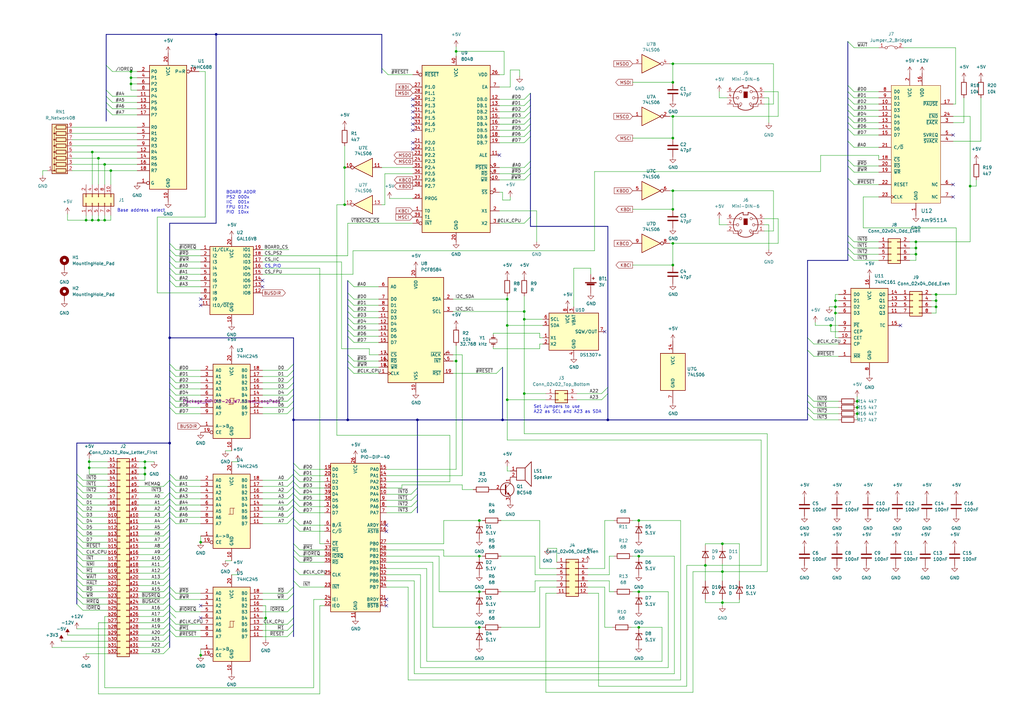
<source format=kicad_sch>
(kicad_sch (version 20211123) (generator eeschema)
  (paper "A3")
  (title_block (title "Z8C MIO Board") (date "2022-10-10") (comment 1 "Multi I/O Board for Z8C") (comment 2 "Interrupt-Controller, GPIO, PS2, I2C, RTC, FPU/APU and Speaker"))
  (junction (at 351.536 167.132))
  (junction (at 351.536 169.672))
  (junction (at 208.026 122.682))
  (junction (at 141.351 83.947))
  (junction (at 196.596 242.697))
  (junction (at 59.436 194.437))
  (junction (at 296.291 223.012))
  (junction (at 171.196 172.212))
  (junction (at 351.536 164.592))
  (junction (at 275.971 33.782))
  (junction (at 262.001 228.092))
  (junction (at 88.646 14.097))
  (junction (at 206.121 172.212))
  (junction (at 275.971 108.712))
  (junction (at 249.301 172.212))
  (junction (at 82.296 268.732))
  (junction (at 296.291 247.142))
  (junction (at 262.001 242.697))
  (junction (at 37.846 62.357))
  (junction (at 262.001 213.487))
  (junction (at 342.646 125.857))
  (junction (at 375.666 104.267))
  (junction (at 187.071 21.082))
  (junction (at 275.971 99.822))
  (junction (at 275.971 85.852))
  (junction (at 69.596 138.557))
  (junction (at 275.971 56.642))
  (junction (at 40.386 64.897))
  (junction (at 208.026 133.477))
  (junction (at 215.011 127.762))
  (junction (at 187.071 148.082))
  (junction (at 342.646 123.317))
  (junction (at 35.306 90.297))
  (junction (at 42.926 67.437))
  (junction (at 275.971 78.232))
  (junction (at 37.846 90.297))
  (junction (at 383.921 125.857))
  (junction (at 45.466 69.977))
  (junction (at 108.966 253.492))
  (junction (at 289.306 231.902))
  (junction (at 141.351 68.707))
  (junction (at 196.596 213.487))
  (junction (at 275.971 26.162))
  (junction (at 42.926 90.297))
  (junction (at 59.436 189.357))
  (junction (at 375.666 99.187))
  (junction (at 208.026 163.957))
  (junction (at 69.596 181.737))
  (junction (at 196.596 228.092))
  (junction (at 36.576 189.357))
  (junction (at 82.296 222.377))
  (junction (at 383.921 123.317))
  (junction (at 340.741 133.477))
  (junction (at 142.621 172.212))
  (junction (at 342.646 128.397))
  (junction (at 262.001 257.302))
  (junction (at 215.011 130.937))
  (junction (at 196.596 257.302))
  (junction (at 275.971 47.752))
  (junction (at 36.576 191.897))
  (junction (at 53.721 31.877))
  (junction (at 296.291 234.442))
  (junction (at 397.891 76.327))
  (junction (at 120.396 172.212))
  (junction (at 40.386 90.297))
  (junction (at 59.436 191.897))
  (junction (at 53.721 34.417))
  (junction (at 383.921 120.777))
  (junction (at 215.011 161.417))
  (junction (at 375.666 101.727))
  (junction (at 53.721 29.337))
  (no_connect (at 82.296 122.682))
  (no_connect (at 82.296 125.222))
  (no_connect (at 158.496 215.392))
  (no_connect (at 158.496 217.932))
  (no_connect (at 158.496 245.872))
  (no_connect (at 158.496 248.412))
  (no_connect (at 107.696 115.062))
  (no_connect (at 107.696 117.602))
  (no_connect (at 390.906 75.692))
  (no_connect (at 390.906 80.772))
  (no_connect (at 390.906 55.372))
  (no_connect (at 169.291 45.847))
  (no_connect (at 169.291 61.087))
  (no_connect (at 169.291 58.547))
  (no_connect (at 82.296 253.492))
  (no_connect (at 82.296 248.412))
  (no_connect (at 169.291 40.767))
  (no_connect (at 369.316 133.477))
  (no_connect (at 169.291 48.387))
  (no_connect (at 169.291 43.307))
  (no_connect (at 248.031 136.017))
  (no_connect (at 204.851 63.627))
  (no_connect (at 169.291 50.927))
  (no_connect (at 169.291 53.467))
  (bus_entry (at 331.216 162.052) (size 2.54 2.54))
  (bus_entry (at 34.036 212.217) (size -2.54 -2.54))
  (bus_entry (at 69.596 219.837) (size -2.54 2.54))
  (bus_entry (at 145.161 125.222) (size -2.54 -2.54))
  (bus_entry (at 142.621 148.082) (size 2.54 2.54))
  (bus_entry (at 72.136 164.592) (size -2.54 -2.54))
  (bus_entry (at 117.856 164.592) (size 2.54 -2.54))
  (bus_entry (at 350.266 45.212) (size -2.54 -2.54))
  (bus_entry (at 120.396 207.137) (size -2.54 2.54))
  (bus_entry (at 31.496 222.377) (size 2.54 2.54))
  (bus_entry (at 120.396 238.252) (size 2.54 2.54))
  (bus_entry (at 122.936 210.312) (size -2.54 -2.54))
  (bus_entry (at 217.551 68.707) (size -2.54 2.54))
  (bus_entry (at 34.036 207.137) (size -2.54 -2.54))
  (bus_entry (at 69.596 257.937) (size -2.54 2.54))
  (bus_entry (at 122.936 197.612) (size -2.54 -2.54))
  (bus_entry (at 69.596 242.697) (size -2.54 2.54))
  (bus_entry (at 69.596 245.237) (size -2.54 2.54))
  (bus_entry (at 171.196 207.772) (size -2.54 2.54))
  (bus_entry (at 215.011 43.307) (size 2.54 -2.54))
  (bus_entry (at 69.596 104.902) (size 2.54 2.54))
  (bus_entry (at 72.136 151.892) (size -2.54 -2.54))
  (bus_entry (at 43.561 26.797) (size 2.54 2.54))
  (bus_entry (at 43.561 36.957) (size 2.54 2.54))
  (bus_entry (at 215.011 56.007) (size 2.54 -2.54))
  (bus_entry (at 156.591 28.067) (size 2.54 2.54))
  (bus_entry (at 120.396 199.517) (size -2.54 2.54))
  (bus_entry (at 350.266 37.592) (size -2.54 -2.54))
  (bus_entry (at 117.856 169.672) (size 2.54 -2.54))
  (bus_entry (at 122.936 202.692) (size -2.54 -2.54))
  (bus_entry (at 347.726 68.072) (size 2.54 2.54))
  (bus_entry (at 69.596 202.057) (size 2.54 2.54))
  (bus_entry (at 142.621 115.062) (size 2.54 2.54))
  (bus_entry (at 69.596 202.057) (size -2.54 2.54))
  (bus_entry (at 120.396 223.012) (size 2.54 2.54))
  (bus_entry (at 350.266 55.372) (size -2.54 -2.54))
  (bus_entry (at 331.216 143.637) (size 2.54 2.54))
  (bus_entry (at 120.396 243.332) (size -2.54 2.54))
  (bus_entry (at 69.596 199.517) (size 2.54 2.54))
  (bus_entry (at 347.726 73.152) (size 2.54 2.54))
  (bus_entry (at 69.596 212.217) (size 2.54 2.54))
  (bus_entry (at 249.301 161.417) (size -2.54 2.54))
  (bus_entry (at 34.036 209.677) (size -2.54 -2.54))
  (bus_entry (at 215.011 53.467) (size 2.54 -2.54))
  (bus_entry (at 69.596 227.457) (size -2.54 2.54))
  (bus_entry (at 120.396 204.597) (size -2.54 2.54))
  (bus_entry (at 142.621 145.542) (size 2.54 2.54))
  (bus_entry (at 69.596 258.572) (size 2.54 2.54))
  (bus_entry (at 31.496 227.457) (size 2.54 2.54))
  (bus_entry (at 215.011 40.767) (size 2.54 -2.54))
  (bus_entry (at 72.136 167.132) (size -2.54 -2.54))
  (bus_entry (at 145.161 135.382) (size -2.54 -2.54))
  (bus_entry (at 31.496 237.617) (size 2.54 2.54))
  (bus_entry (at 347.726 57.912) (size 2.54 2.54))
  (bus_entry (at 145.161 130.302) (size -2.54 -2.54))
  (bus_entry (at 69.596 207.137) (size -2.54 2.54))
  (bus_entry (at 31.496 235.077) (size 2.54 2.54))
  (bus_entry (at 72.136 169.672) (size -2.54 -2.54))
  (bus_entry (at 350.266 47.752) (size -2.54 -2.54))
  (bus_entry (at 69.596 232.537) (size -2.54 2.54))
  (bus_entry (at 72.136 159.512) (size -2.54 -2.54))
  (bus_entry (at 117.856 156.972) (size 2.54 -2.54))
  (bus_entry (at 347.726 96.647) (size 2.54 2.54))
  (bus_entry (at 69.596 240.157) (size -2.54 2.54))
  (bus_entry (at 120.396 228.092) (size 2.54 2.54))
  (bus_entry (at 69.596 224.917) (size -2.54 2.54))
  (bus_entry (at 69.596 247.777) (size -2.54 2.54))
  (bus_entry (at 69.596 250.317) (size -2.54 2.54))
  (bus_entry (at 145.161 140.462) (size -2.54 -2.54))
  (bus_entry (at 69.596 204.597) (size -2.54 2.54))
  (bus_entry (at 72.136 154.432) (size -2.54 -2.54))
  (bus_entry (at 217.551 71.247) (size -2.54 2.54))
  (bus_entry (at 122.936 200.152) (size -2.54 -2.54))
  (bus_entry (at 331.216 169.672) (size 2.54 2.54))
  (bus_entry (at 331.216 167.132) (size 2.54 2.54))
  (bus_entry (at 347.726 101.727) (size 2.54 2.54))
  (bus_entry (at 331.216 138.557) (size 2.54 2.54))
  (bus_entry (at 69.596 237.617) (size -2.54 2.54))
  (bus_entry (at 215.011 45.847) (size 2.54 -2.54))
  (bus_entry (at 206.121 150.622) (size -2.54 2.54))
  (bus_entry (at 72.136 156.972) (size -2.54 -2.54))
  (bus_entry (at 350.266 52.832) (size -2.54 -2.54))
  (bus_entry (at 69.596 250.952) (size 2.54 2.54))
  (bus_entry (at 69.596 248.412) (size 2.54 2.54))
  (bus_entry (at 117.856 162.052) (size 2.54 -2.54))
  (bus_entry (at 145.161 127.762) (size -2.54 -2.54))
  (bus_entry (at 350.266 40.132) (size -2.54 -2.54))
  (bus_entry (at 31.496 199.517) (size 2.54 2.54))
  (bus_entry (at 31.496 194.437) (size 2.54 2.54))
  (bus_entry (at 31.496 196.977) (size 2.54 2.54))
  (bus_entry (at 72.136 162.052) (size -2.54 -2.54))
  (bus_entry (at 142.621 150.622) (size 2.54 2.54))
  (bus_entry (at 122.936 207.772) (size -2.54 -2.54))
  (bus_entry (at 69.596 109.982) (size 2.54 2.54))
  (bus_entry (at 34.036 204.597) (size -2.54 -2.54))
  (bus_entry (at 69.596 102.362) (size 2.54 2.54))
  (bus_entry (at 34.036 217.297) (size -2.54 -2.54))
  (bus_entry (at 31.496 242.697) (size 2.54 2.54))
  (bus_entry (at 122.936 195.072) (size -2.54 -2.54))
  (bus_entry (at 249.301 158.877) (size -2.54 2.54))
  (bus_entry (at 69.596 212.217) (size -2.54 2.54))
  (bus_entry (at 69.596 204.597) (size 2.54 2.54))
  (bus_entry (at 31.496 229.997) (size 2.54 2.54))
  (bus_entry (at 120.396 256.032) (size -2.54 2.54))
  (bus_entry (at 69.596 263.017) (size -2.54 2.54))
  (bus_entry (at 347.726 104.267) (size 2.54 2.54))
  (bus_entry (at 69.596 235.077) (size -2.54 2.54))
  (bus_entry (at 43.561 39.497) (size 2.54 2.54))
  (bus_entry (at 120.396 202.057) (size -2.54 2.54))
  (bus_entry (at 117.856 159.512) (size 2.54 -2.54))
  (bus_entry (at 217.551 66.167) (size -2.54 2.54))
  (bus_entry (at 171.196 200.152) (size -2.54 2.54))
  (bus_entry (at 31.496 245.237) (size 2.54 2.54))
  (bus_entry (at 171.196 202.692) (size -2.54 2.54))
  (bus_entry (at 120.396 240.792) (size -2.54 2.54))
  (bus_entry (at 43.561 42.037) (size 2.54 2.54))
  (bus_entry (at 347.726 99.187) (size 2.54 2.54))
  (bus_entry (at 347.726 65.532) (size 2.54 2.54))
  (bus_entry (at 69.596 240.792) (size 2.54 2.54))
  (bus_entry (at 31.496 247.777) (size 2.54 2.54))
  (bus_entry (at 69.596 260.477) (size -2.54 2.54))
  (bus_entry (at 69.596 209.677) (size -2.54 2.54))
  (bus_entry (at 69.596 217.297) (size -2.54 2.54))
  (bus_entry (at 120.396 209.677) (size -2.54 2.54))
  (bus_entry (at 69.596 115.062) (size 2.54 2.54))
  (bus_entry (at 120.396 225.552) (size 2.54 2.54))
  (bus_entry (at 69.596 107.442) (size 2.54 2.54))
  (bus_entry (at 69.596 265.557) (size -2.54 2.54))
  (bus_entry (at 145.161 132.842) (size -2.54 -2.54))
  (bus_entry (at 122.936 192.532) (size -2.54 -2.54))
  (bus_entry (at 69.596 214.757) (size -2.54 2.54))
  (bus_entry (at 215.011 50.927) (size 2.54 -2.54))
  (bus_entry (at 43.561 44.577) (size 2.54 2.54))
  (bus_entry (at 34.036 219.837) (size -2.54 -2.54))
  (bus_entry (at 69.596 255.397) (size -2.54 2.54))
  (bus_entry (at 117.856 154.432) (size 2.54 -2.54))
  (bus_entry (at 120.396 194.437) (size -2.54 2.54))
  (bus_entry (at 69.596 243.332) (size 2.54 2.54))
  (bus_entry (at 120.396 196.977) (size -2.54 2.54))
  (bus_entry (at 120.396 233.172) (size 2.54 2.54))
  (bus_entry (at 120.396 212.217) (size -2.54 2.54))
  (bus_entry (at 350.266 42.672) (size -2.54 -2.54))
  (bus_entry (at 31.496 224.917) (size 2.54 2.54))
  (bus_entry (at 34.036 214.757) (size -2.54 -2.54))
  (bus_entry (at 69.596 194.437) (size 2.54 2.54))
  (bus_entry (at 69.596 207.137) (size 2.54 2.54))
  (bus_entry (at 31.496 240.157) (size 2.54 2.54))
  (bus_entry (at 69.596 252.857) (size -2.54 2.54))
  (bus_entry (at 120.396 258.572) (size -2.54 2.54))
  (bus_entry (at 117.856 167.132) (size 2.54 -2.54))
  (bus_entry (at 217.551 89.027) (size -2.54 2.54))
  (bus_entry (at 69.596 99.822) (size 2.54 2.54))
  (bus_entry (at 331.216 164.592) (size 2.54 2.54))
  (bus_entry (at 69.596 229.997) (size -2.54 2.54))
  (bus_entry (at 120.396 253.492) (size -2.54 2.54))
  (bus_entry (at 215.011 48.387) (size 2.54 -2.54))
  (bus_entry (at 69.596 222.377) (size -2.54 2.54))
  (bus_entry (at 350.266 50.292) (size -2.54 -2.54))
  (bus_entry (at 120.396 248.412) (size -2.54 2.54))
  (bus_entry (at 120.396 212.852) (size 2.54 2.54))
  (bus_entry (at 69.596 256.032) (size 2.54 2.54))
  (bus_entry (at 69.596 209.677) (size 2.54 2.54))
  (bus_entry (at 145.161 122.682) (size -2.54 -2.54))
  (bus_entry (at 171.196 205.232) (size -2.54 2.54))
  (bus_entry (at 67.056 199.517) (size 2.54 -2.54))
  (bus_entry (at 120.396 215.392) (size 2.54 2.54))
  (bus_entry (at 69.596 112.522) (size 2.54 2.54))
  (bus_entry (at 69.596 253.492) (size 2.54 2.54))
  (bus_entry (at 69.596 196.977) (size 2.54 2.54))
  (bus_entry (at 215.011 58.547) (size 2.54 -2.54))
  (bus_entry (at 31.496 232.537) (size 2.54 2.54))
  (bus_entry (at 122.936 205.232) (size -2.54 -2.54))
  (bus_entry (at 34.036 222.377) (size -2.54 -2.54))
  (bus_entry (at 347.726 17.018) (size 2.54 2.54))
  (bus_entry (at 145.161 137.922) (size -2.54 -2.54))
  (bus_entry (at 117.856 151.892) (size 2.54 -2.54))
  (bus (pts (xy 347.726 99.187) (xy 347.726 101.727)))
  (bus (pts (xy 31.496 219.837) (xy 31.496 217.297)))
  (wire (pts (xy 383.921 128.397) (xy 383.921 125.857)))
  (wire (pts (xy 72.136 199.517) (xy 82.296 199.517)))
  (bus (pts (xy 31.496 242.697) (xy 31.496 245.237)))
  (wire (pts (xy 67.056 245.237) (xy 56.896 245.237)))
  (wire (pts (xy 289.306 245.872) (xy 289.306 247.142)))
  (wire (pts (xy 117.856 162.052) (xy 107.696 162.052)))
  (bus (pts (xy 69.596 167.132) (xy 69.596 181.737)))
  (wire (pts (xy 72.136 164.592) (xy 82.296 164.592)))
  (bus (pts (xy 69.596 255.397) (xy 69.596 253.492)))
  (wire (pts (xy 206.756 21.082) (xy 206.756 30.607)))
  (wire (pts (xy 158.496 225.552) (xy 181.991 225.552)))
  (wire (pts (xy 249.936 228.092) (xy 251.841 228.092)))
  (bus (pts (xy 142.621 137.922) (xy 142.621 145.542)))
  (wire (pts (xy 72.136 245.872) (xy 82.296 245.872)))
  (wire (pts (xy 122.936 215.392) (xy 133.096 215.392)))
  (bus (pts (xy 347.726 52.832) (xy 347.726 57.912)))
  (wire (pts (xy 72.136 102.362) (xy 82.296 102.362)))
  (wire (pts (xy 34.036 212.217) (xy 44.196 212.217)))
  (wire (pts (xy 215.011 91.567) (xy 204.851 91.567)))
  (wire (pts (xy 221.361 138.557) (xy 221.361 136.652)))
  (bus (pts (xy 249.301 158.877) (xy 249.301 92.837)))
  (wire (pts (xy 275.971 78.232) (xy 317.246 78.232)))
  (wire (pts (xy 208.026 180.467) (xy 312.166 180.467)))
  (wire (pts (xy 342.646 128.397) (xy 342.646 125.857)))
  (wire (pts (xy 42.926 252.857) (xy 42.926 282.067)))
  (bus (pts (xy 331.216 138.557) (xy 331.216 106.807)))
  (bus (pts (xy 120.396 205.232) (xy 120.396 204.597)))
  (wire (pts (xy 391.922 19.558) (xy 370.586 19.558)))
  (bus (pts (xy 347.726 104.267) (xy 347.726 106.807)))
  (wire (pts (xy 29.591 52.197) (xy 56.261 52.197)))
  (wire (pts (xy 142.621 91.567) (xy 169.291 91.567)))
  (wire (pts (xy 235.331 125.857) (xy 235.331 109.982)))
  (wire (pts (xy 141.351 83.947) (xy 138.176 83.947)))
  (wire (pts (xy 168.656 202.692) (xy 158.496 202.692)))
  (bus (pts (xy 120.396 202.057) (xy 120.396 200.152)))
  (wire (pts (xy 34.036 224.917) (xy 44.196 224.917)))
  (bus (pts (xy 120.396 194.437) (xy 120.396 195.072)))
  (bus (pts (xy 142.621 150.622) (xy 142.621 172.212)))
  (wire (pts (xy 172.466 235.712) (xy 172.466 273.812)))
  (wire (pts (xy 220.091 86.487) (xy 204.851 86.487)))
  (wire (pts (xy 67.056 217.297) (xy 56.896 217.297)))
  (wire (pts (xy 45.466 69.977) (xy 45.466 75.692)))
  (wire (pts (xy 117.856 196.977) (xy 107.696 196.977)))
  (wire (pts (xy 317.246 26.162) (xy 317.246 42.672)))
  (wire (pts (xy 215.011 56.007) (xy 204.851 56.007)))
  (wire (pts (xy 117.856 167.132) (xy 107.696 167.132)))
  (wire (pts (xy 313.436 92.202) (xy 315.341 92.202)))
  (wire (pts (xy 219.456 238.252) (xy 228.346 238.252)))
  (wire (pts (xy 382.016 128.397) (xy 383.921 128.397)))
  (wire (pts (xy 34.036 214.757) (xy 44.196 214.757)))
  (wire (pts (xy 40.386 64.897) (xy 56.261 64.897)))
  (wire (pts (xy 375.666 104.267) (xy 375.666 101.727)))
  (wire (pts (xy 215.011 127.762) (xy 215.011 130.937)))
  (wire (pts (xy 44.196 191.897) (xy 36.576 191.897)))
  (wire (pts (xy 315.341 92.202) (xy 315.341 102.362)))
  (wire (pts (xy 213.106 28.702) (xy 213.106 31.242)))
  (bus (pts (xy 69.596 237.617) (xy 69.596 235.077)))
  (wire (pts (xy 122.936 207.772) (xy 133.096 207.772)))
  (bus (pts (xy 347.726 45.212) (xy 347.726 42.672)))
  (wire (pts (xy 350.266 99.187) (xy 360.426 99.187)))
  (wire (pts (xy 107.696 104.902) (xy 142.621 104.902)))
  (wire (pts (xy 281.686 281.432) (xy 281.686 231.902)))
  (bus (pts (xy 142.621 145.542) (xy 142.621 148.082)))
  (wire (pts (xy 354.076 93.472) (xy 354.076 80.772)))
  (wire (pts (xy 317.246 94.742) (xy 313.436 94.742)))
  (wire (pts (xy 245.491 243.332) (xy 245.491 281.432)))
  (wire (pts (xy 42.926 67.437) (xy 42.926 75.692)))
  (wire (pts (xy 131.191 248.412) (xy 133.096 248.412)))
  (bus (pts (xy 69.596 224.917) (xy 69.596 222.377)))
  (bus (pts (xy 217.551 43.307) (xy 217.551 45.847)))
  (bus (pts (xy 120.396 233.172) (xy 120.396 238.252)))
  (bus (pts (xy 120.396 256.032) (xy 120.396 258.572)))
  (wire (pts (xy 158.496 238.252) (xy 169.926 238.252)))
  (bus (pts (xy 43.561 39.497) (xy 43.561 36.957)))
  (bus (pts (xy 249.301 161.417) (xy 249.301 172.212)))
  (bus (pts (xy 69.596 252.857) (xy 69.596 250.952)))
  (wire (pts (xy 342.646 128.397) (xy 342.646 138.557)))
  (wire (pts (xy 333.756 164.592) (xy 343.916 164.592)))
  (bus (pts (xy 69.596 232.537) (xy 69.596 229.997)))
  (wire (pts (xy 314.706 177.927) (xy 314.706 234.442)))
  (wire (pts (xy 67.056 219.837) (xy 56.896 219.837)))
  (wire (pts (xy 350.266 42.672) (xy 360.426 42.672)))
  (wire (pts (xy 276.606 276.352) (xy 276.606 228.092)))
  (wire (pts (xy 375.666 101.727) (xy 375.666 99.187)))
  (wire (pts (xy 296.291 245.872) (xy 296.291 247.142)))
  (bus (pts (xy 347.726 37.592) (xy 347.726 40.132)))
  (wire (pts (xy 276.606 228.092) (xy 262.001 228.092)))
  (bus (pts (xy 31.496 199.517) (xy 31.496 202.057)))
  (wire (pts (xy 215.011 53.467) (xy 204.851 53.467)))
  (wire (pts (xy 72.136 202.057) (xy 82.296 202.057)))
  (bus (pts (xy 69.596 149.352) (xy 69.596 151.892)))
  (wire (pts (xy 59.436 194.437) (xy 59.436 191.897)))
  (bus (pts (xy 347.726 101.727) (xy 347.726 104.267)))
  (wire (pts (xy 219.456 228.092) (xy 219.456 235.712)))
  (wire (pts (xy 145.161 135.382) (xy 155.321 135.382)))
  (bus (pts (xy 249.301 172.212) (xy 206.121 172.212)))
  (wire (pts (xy 46.101 44.577) (xy 56.261 44.577)))
  (wire (pts (xy 258.826 257.302) (xy 262.001 257.302)))
  (wire (pts (xy 351.536 164.592) (xy 351.536 167.132)))
  (bus (pts (xy 69.596 154.432) (xy 69.596 156.972)))
  (wire (pts (xy 167.386 240.792) (xy 167.386 278.892)))
  (wire (pts (xy 36.576 191.897) (xy 36.576 194.437)))
  (wire (pts (xy 350.266 60.452) (xy 360.426 60.452)))
  (wire (pts (xy 245.491 281.432) (xy 281.686 281.432)))
  (wire (pts (xy 221.361 257.302) (xy 221.361 240.792)))
  (wire (pts (xy 117.856 207.137) (xy 107.696 207.137)))
  (wire (pts (xy 196.596 257.302) (xy 197.866 257.302)))
  (wire (pts (xy 295.021 89.662) (xy 295.021 92.202)))
  (wire (pts (xy 158.496 233.172) (xy 175.006 233.172)))
  (bus (pts (xy 69.596 91.567) (xy 69.596 99.822)))
  (bus (pts (xy 88.646 14.097) (xy 156.591 14.097)))
  (bus (pts (xy 69.596 107.442) (xy 69.596 109.982)))
  (wire (pts (xy 34.036 240.157) (xy 44.196 240.157)))
  (bus (pts (xy 142.621 130.302) (xy 142.621 127.762)))
  (wire (pts (xy 34.036 209.677) (xy 44.196 209.677)))
  (wire (pts (xy 340.741 133.477) (xy 343.916 133.477)))
  (bus (pts (xy 31.496 207.137) (xy 31.496 204.597)))
  (bus (pts (xy 217.551 48.387) (xy 217.551 45.847)))
  (wire (pts (xy 67.056 247.777) (xy 56.896 247.777)))
  (wire (pts (xy 223.901 283.972) (xy 284.226 283.972)))
  (bus (pts (xy 249.301 172.212) (xy 331.216 172.212)))
  (wire (pts (xy 275.971 99.822) (xy 275.971 108.712)))
  (wire (pts (xy 34.036 199.517) (xy 44.196 199.517)))
  (bus (pts (xy 120.396 212.217) (xy 120.396 212.852)))
  (wire (pts (xy 36.576 191.897) (xy 36.576 189.357)))
  (wire (pts (xy 189.611 195.072) (xy 189.611 145.542)))
  (wire (pts (xy 67.056 229.997) (xy 56.896 229.997)))
  (wire (pts (xy 209.296 35.687) (xy 209.296 28.702)))
  (bus (pts (xy 43.561 44.577) (xy 43.561 49.657)))
  (wire (pts (xy 185.801 122.682) (xy 208.026 122.682)))
  (wire (pts (xy 145.161 140.462) (xy 155.321 140.462)))
  (wire (pts (xy 40.386 255.397) (xy 40.386 284.607)))
  (wire (pts (xy 67.056 235.077) (xy 56.896 235.077)))
  (wire (pts (xy 72.136 107.442) (xy 82.296 107.442)))
  (wire (pts (xy 383.921 125.857) (xy 382.016 125.857)))
  (wire (pts (xy 145.161 125.222) (xy 155.321 125.222)))
  (bus (pts (xy 31.496 219.837) (xy 31.496 222.377)))
  (wire (pts (xy 117.856 202.057) (xy 107.696 202.057)))
  (wire (pts (xy 59.436 189.357) (xy 63.246 189.357)))
  (wire (pts (xy 158.496 192.532) (xy 187.071 192.532)))
  (wire (pts (xy 169.926 238.252) (xy 169.926 276.352)))
  (wire (pts (xy 35.306 268.097) (xy 44.196 268.097)))
  (wire (pts (xy 46.101 47.117) (xy 56.261 47.117)))
  (wire (pts (xy 289.306 247.142) (xy 296.291 247.142)))
  (wire (pts (xy 221.361 240.792) (xy 228.346 240.792)))
  (bus (pts (xy 171.196 172.212) (xy 171.196 200.152)))
  (wire (pts (xy 42.926 88.392) (xy 42.926 90.297)))
  (wire (pts (xy 350.266 47.752) (xy 360.426 47.752)))
  (bus (pts (xy 142.621 135.382) (xy 142.621 132.842)))
  (wire (pts (xy 184.531 197.612) (xy 158.496 197.612)))
  (bus (pts (xy 69.596 258.572) (xy 69.596 257.937)))
  (wire (pts (xy 275.971 47.752) (xy 275.971 56.642)))
  (wire (pts (xy 72.136 104.902) (xy 82.296 104.902)))
  (bus (pts (xy 171.196 200.152) (xy 171.196 202.692)))
  (wire (pts (xy 72.136 250.952) (xy 82.296 250.952)))
  (wire (pts (xy 181.991 213.487) (xy 181.991 223.012)))
  (wire (pts (xy 220.091 99.187) (xy 220.091 86.487)))
  (wire (pts (xy 248.031 233.172) (xy 241.046 233.172)))
  (wire (pts (xy 202.311 143.002) (xy 221.361 143.002)))
  (bus (pts (xy 142.621 122.682) (xy 142.621 125.222)))
  (bus (pts (xy 43.561 44.577) (xy 43.561 42.037)))
  (bus (pts (xy 69.596 109.982) (xy 69.596 112.522)))
  (wire (pts (xy 117.856 159.512) (xy 107.696 159.512)))
  (bus (pts (xy 347.726 40.132) (xy 347.726 42.672)))
  (wire (pts (xy 215.011 130.937) (xy 222.631 130.937)))
  (bus (pts (xy 120.396 200.152) (xy 120.396 199.517)))
  (wire (pts (xy 360.426 63.754) (xy 360.426 65.532)))
  (bus (pts (xy 347.726 35.052) (xy 347.726 37.592)))
  (wire (pts (xy 36.576 189.357) (xy 44.196 189.357)))
  (wire (pts (xy 392.176 93.472) (xy 354.076 93.472)))
  (wire (pts (xy 84.201 29.337) (xy 81.661 29.337)))
  (wire (pts (xy 395.351 50.292) (xy 395.351 40.132)))
  (wire (pts (xy 259.461 242.697) (xy 262.001 242.697)))
  (wire (pts (xy 241.046 243.332) (xy 245.491 243.332)))
  (bus (pts (xy 120.396 209.677) (xy 120.396 212.217)))
  (bus (pts (xy 120.396 167.132) (xy 120.396 172.212)))
  (bus (pts (xy 69.596 207.137) (xy 69.596 204.597)))
  (bus (pts (xy 217.551 53.467) (xy 217.551 50.927)))
  (bus (pts (xy 69.596 257.937) (xy 69.596 256.032)))
  (wire (pts (xy 295.021 40.132) (xy 298.196 40.132)))
  (wire (pts (xy 336.55 63.754) (xy 360.426 63.754)))
  (wire (pts (xy 29.591 62.357) (xy 37.846 62.357)))
  (bus (pts (xy 120.396 138.557) (xy 120.396 149.352)))
  (wire (pts (xy 350.266 70.612) (xy 360.426 70.612)))
  (bus (pts (xy 347.726 96.647) (xy 347.726 99.187)))
  (wire (pts (xy 36.576 194.437) (xy 44.196 194.437)))
  (wire (pts (xy 158.496 195.072) (xy 189.611 195.072)))
  (wire (pts (xy 29.591 69.977) (xy 45.466 69.977)))
  (bus (pts (xy 347.726 17.018) (xy 347.726 35.052)))
  (bus (pts (xy 69.596 243.332) (xy 69.596 245.237)))
  (wire (pts (xy 221.361 233.172) (xy 228.346 233.172)))
  (wire (pts (xy 29.591 64.897) (xy 40.386 64.897)))
  (wire (pts (xy 158.496 230.632) (xy 177.546 230.632)))
  (bus (pts (xy 69.596 196.977) (xy 69.596 199.517)))
  (wire (pts (xy 145.161 132.842) (xy 155.321 132.842)))
  (wire (pts (xy 82.296 120.142) (xy 64.516 120.142)))
  (wire (pts (xy 34.036 227.457) (xy 44.196 227.457)))
  (bus (pts (xy 331.216 106.807) (xy 347.726 106.807)))
  (wire (pts (xy 117.856 209.677) (xy 107.696 209.677)))
  (wire (pts (xy 133.096 223.012) (xy 131.191 223.012)))
  (bus (pts (xy 31.496 181.737) (xy 69.596 181.737)))
  (wire (pts (xy 169.291 71.247) (xy 157.861 71.247)))
  (wire (pts (xy 72.136 156.972) (xy 82.296 156.972)))
  (wire (pts (xy 248.031 257.302) (xy 248.031 240.792)))
  (wire (pts (xy 157.861 71.247) (xy 157.861 83.947)))
  (bus (pts (xy 142.621 115.062) (xy 142.621 120.142)))
  (bus (pts (xy 69.596 194.437) (xy 69.596 196.977)))
  (wire (pts (xy 128.651 245.872) (xy 133.096 245.872)))
  (wire (pts (xy 141.351 59.817) (xy 141.351 68.707)))
  (bus (pts (xy 69.596 104.902) (xy 69.596 107.442)))
  (bus (pts (xy 120.396 238.252) (xy 120.396 240.792)))
  (bus (pts (xy 31.496 224.917) (xy 31.496 227.457)))
  (wire (pts (xy 144.78 112.522) (xy 144.78 102.87)))
  (bus (pts (xy 69.596 260.477) (xy 69.596 258.572)))
  (wire (pts (xy 350.266 104.267) (xy 360.426 104.267)))
  (bus (pts (xy 120.396 196.977) (xy 120.396 197.612)))
  (wire (pts (xy 72.136 169.672) (xy 82.296 169.672)))
  (bus (pts (xy 217.551 40.767) (xy 217.551 43.307)))
  (wire (pts (xy 215.011 48.387) (xy 204.851 48.387)))
  (wire (pts (xy 144.78 102.87) (xy 243.84 102.87)))
  (wire (pts (xy 228.346 243.332) (xy 223.901 243.332)))
  (wire (pts (xy 215.011 58.547) (xy 204.851 58.547)))
  (wire (pts (xy 59.436 191.897) (xy 59.436 189.357)))
  (wire (pts (xy 159.766 81.407) (xy 169.291 81.407)))
  (wire (pts (xy 281.686 231.902) (xy 289.306 231.902)))
  (wire (pts (xy 382.016 120.777) (xy 383.921 120.777)))
  (wire (pts (xy 208.026 133.477) (xy 208.026 163.957)))
  (wire (pts (xy 34.036 219.837) (xy 44.196 219.837)))
  (wire (pts (xy 72.136 196.977) (xy 82.296 196.977)))
  (wire (pts (xy 122.936 235.712) (xy 133.096 235.712)))
  (bus (pts (xy 69.596 248.412) (xy 69.596 247.777)))
  (wire (pts (xy 317.246 78.232) (xy 317.246 94.742)))
  (wire (pts (xy 72.136 162.052) (xy 82.296 162.052)))
  (bus (pts (xy 120.396 167.132) (xy 120.396 164.592)))
  (wire (pts (xy 122.936 192.532) (xy 133.096 192.532)))
  (wire (pts (xy 67.056 263.017) (xy 56.896 263.017)))
  (bus (pts (xy 120.396 243.332) (xy 120.396 248.412)))
  (wire (pts (xy 117.856 204.597) (xy 107.696 204.597)))
  (wire (pts (xy 64.516 89.027) (xy 84.201 89.027)))
  (bus (pts (xy 88.646 91.567) (xy 88.646 14.097)))
  (bus (pts (xy 156.591 14.097) (xy 156.591 28.067)))
  (wire (pts (xy 145.161 127.762) (xy 155.321 127.762)))
  (wire (pts (xy 181.991 225.552) (xy 181.991 228.092)))
  (wire (pts (xy 208.026 163.957) (xy 223.901 163.957)))
  (wire (pts (xy 67.056 257.937) (xy 56.896 257.937)))
  (bus (pts (xy 31.496 240.157) (xy 31.496 242.697)))
  (wire (pts (xy 187.071 21.082) (xy 206.756 21.082)))
  (wire (pts (xy 40.386 284.607) (xy 131.191 284.607)))
  (bus (pts (xy 69.596 162.052) (xy 69.596 159.512)))
  (bus (pts (xy 43.561 26.797) (xy 43.561 36.957)))
  (wire (pts (xy 350.266 45.212) (xy 360.426 45.212)))
  (wire (pts (xy 181.991 223.012) (xy 158.496 223.012)))
  (wire (pts (xy 92.456 229.997) (xy 94.996 229.997)))
  (wire (pts (xy 383.921 123.317) (xy 383.921 125.857)))
  (wire (pts (xy 274.066 242.697) (xy 262.001 242.697)))
  (wire (pts (xy 208.026 133.477) (xy 222.631 133.477)))
  (wire (pts (xy 142.621 104.902) (xy 142.621 91.567)))
  (wire (pts (xy 117.856 214.757) (xy 107.696 214.757)))
  (wire (pts (xy 67.056 255.397) (xy 56.896 255.397)))
  (wire (pts (xy 284.226 234.442) (xy 296.291 234.442)))
  (wire (pts (xy 351.536 169.672) (xy 351.536 172.212)))
  (wire (pts (xy 249.936 235.712) (xy 241.046 235.712)))
  (wire (pts (xy 72.136 204.597) (xy 82.296 204.597)))
  (bus (pts (xy 120.396 212.852) (xy 120.396 215.392)))
  (wire (pts (xy 333.756 167.132) (xy 343.916 167.132)))
  (wire (pts (xy 59.436 196.977) (xy 59.436 194.437)))
  (wire (pts (xy 187.071 148.082) (xy 185.801 148.082)))
  (wire (pts (xy 215.011 177.927) (xy 314.706 177.927)))
  (wire (pts (xy 53.721 29.337) (xy 56.261 29.337)))
  (wire (pts (xy 67.056 209.677) (xy 56.896 209.677)))
  (wire (pts (xy 202.311 136.652) (xy 202.311 137.287)))
  (bus (pts (xy 120.396 199.517) (xy 120.396 197.612)))
  (wire (pts (xy 206.756 30.607) (xy 204.851 30.607)))
  (wire (pts (xy 168.656 205.232) (xy 158.496 205.232)))
  (wire (pts (xy 56.896 189.357) (xy 59.436 189.357)))
  (wire (pts (xy 67.056 237.617) (xy 56.896 237.617)))
  (wire (pts (xy 67.056 268.097) (xy 56.896 268.097)))
  (wire (pts (xy 187.071 192.532) (xy 187.071 148.082)))
  (bus (pts (xy 31.496 194.437) (xy 31.496 196.977)))
  (wire (pts (xy 274.701 78.232) (xy 275.971 78.232)))
  (wire (pts (xy 189.611 200.787) (xy 194.056 200.787)))
  (wire (pts (xy 343.916 136.017) (xy 340.741 136.017)))
  (wire (pts (xy 67.056 222.377) (xy 56.896 222.377)))
  (wire (pts (xy 223.901 243.332) (xy 223.901 283.972)))
  (wire (pts (xy 67.056 232.537) (xy 56.896 232.537)))
  (bus (pts (xy 31.496 227.457) (xy 31.496 229.997)))
  (wire (pts (xy 319.151 47.752) (xy 319.151 37.592)))
  (bus (pts (xy 120.396 154.432) (xy 120.396 151.892)))
  (wire (pts (xy 215.011 50.927) (xy 204.851 50.927)))
  (bus (pts (xy 69.596 138.557) (xy 69.596 149.352)))
  (wire (pts (xy 275.971 78.232) (xy 275.971 85.852)))
  (bus (pts (xy 217.551 68.707) (xy 217.551 71.247)))
  (wire (pts (xy 275.971 33.782) (xy 259.461 33.782)))
  (wire (pts (xy 275.971 26.162) (xy 275.971 33.782)))
  (bus (pts (xy 347.726 47.752) (xy 347.726 45.212)))
  (wire (pts (xy 145.161 117.602) (xy 155.321 117.602)))
  (wire (pts (xy 375.666 99.187) (xy 397.891 99.187)))
  (wire (pts (xy 158.496 240.792) (xy 167.386 240.792)))
  (bus (pts (xy 69.596 115.062) (xy 69.596 138.557)))
  (bus (pts (xy 69.596 240.792) (xy 69.596 242.697)))
  (wire (pts (xy 164.846 198.882) (xy 189.611 198.882)))
  (bus (pts (xy 31.496 204.597) (xy 31.496 202.057)))
  (wire (pts (xy 29.591 54.737) (xy 56.261 54.737)))
  (wire (pts (xy 274.701 99.822) (xy 275.971 99.822)))
  (wire (pts (xy 274.066 273.812) (xy 274.066 242.697)))
  (wire (pts (xy 34.036 204.597) (xy 44.196 204.597)))
  (wire (pts (xy 333.756 169.672) (xy 343.916 169.672)))
  (wire (pts (xy 117.856 258.572) (xy 107.696 258.572)))
  (wire (pts (xy 34.036 222.377) (xy 44.196 222.377)))
  (wire (pts (xy 342.646 123.317) (xy 343.916 123.317)))
  (wire (pts (xy 296.291 234.442) (xy 296.291 238.252)))
  (bus (pts (xy 31.496 235.077) (xy 31.496 237.617)))
  (bus (pts (xy 31.496 222.377) (xy 31.496 224.917)))
  (wire (pts (xy 351.536 162.687) (xy 351.536 164.592)))
  (bus (pts (xy 331.216 164.592) (xy 331.216 162.052)))
  (bus (pts (xy 69.596 250.952) (xy 69.596 250.317)))
  (wire (pts (xy 72.136 214.757) (xy 82.296 214.757)))
  (bus (pts (xy 347.726 52.832) (xy 347.726 50.292)))
  (wire (pts (xy 145.161 150.622) (xy 155.321 150.622)))
  (wire (pts (xy 145.161 122.682) (xy 155.321 122.682)))
  (wire (pts (xy 145.161 153.162) (xy 155.321 153.162)))
  (wire (pts (xy 67.056 252.857) (xy 56.896 252.857)))
  (bus (pts (xy 31.496 214.757) (xy 31.496 212.217)))
  (wire (pts (xy 275.971 26.162) (xy 317.246 26.162)))
  (wire (pts (xy 94.996 189.357) (xy 97.536 189.357)))
  (wire (pts (xy 117.856 256.032) (xy 107.696 256.032)))
  (wire (pts (xy 164.846 200.152) (xy 164.846 198.882)))
  (wire (pts (xy 34.036 250.317) (xy 44.196 250.317)))
  (wire (pts (xy 295.021 92.202) (xy 298.196 92.202)))
  (wire (pts (xy 209.296 82.042) (xy 209.296 80.772)))
  (wire (pts (xy 215.011 68.707) (xy 204.851 68.707)))
  (wire (pts (xy 108.966 253.492) (xy 108.966 262.382)))
  (wire (pts (xy 117.856 250.952) (xy 107.696 250.952)))
  (bus (pts (xy 331.216 143.637) (xy 331.216 138.557)))
  (bus (pts (xy 31.496 209.677) (xy 31.496 207.137)))
  (wire (pts (xy 340.106 125.857) (xy 342.646 125.857)))
  (wire (pts (xy 94.996 235.712) (xy 97.536 235.712)))
  (wire (pts (xy 72.136 261.112) (xy 82.296 261.112)))
  (wire (pts (xy 274.701 26.162) (xy 275.971 26.162)))
  (wire (pts (xy 187.071 141.732) (xy 187.071 148.082)))
  (wire (pts (xy 248.031 240.792) (xy 241.046 240.792)))
  (wire (pts (xy 185.801 153.162) (xy 203.581 153.162)))
  (wire (pts (xy 279.146 278.892) (xy 279.146 213.487)))
  (wire (pts (xy 56.261 31.877) (xy 53.721 31.877)))
  (wire (pts (xy 208.026 121.412) (xy 208.026 122.682)))
  (bus (pts (xy 31.496 196.977) (xy 31.496 199.517)))
  (wire (pts (xy 34.036 235.077) (xy 44.196 235.077)))
  (wire (pts (xy 375.666 99.187) (xy 373.126 99.187)))
  (wire (pts (xy 248.031 257.302) (xy 251.206 257.302)))
  (bus (pts (xy 331.216 172.212) (xy 331.216 169.672)))
  (wire (pts (xy 131.191 284.607) (xy 131.191 248.412)))
  (wire (pts (xy 350.266 68.072) (xy 360.426 68.072)))
  (wire (pts (xy 221.361 143.002) (xy 221.361 141.097)))
  (wire (pts (xy 296.291 223.012) (xy 303.276 223.012)))
  (wire (pts (xy 107.696 248.412) (xy 108.966 248.412)))
  (wire (pts (xy 72.136 112.522) (xy 82.296 112.522)))
  (bus (pts (xy 156.591 28.067) (xy 156.591 29.972)))
  (wire (pts (xy 72.136 209.677) (xy 82.296 209.677)))
  (wire (pts (xy 122.936 200.152) (xy 133.096 200.152)))
  (wire (pts (xy 392.176 120.777) (xy 392.176 93.472)))
  (wire (pts (xy 390.906 50.292) (xy 395.351 50.292)))
  (wire (pts (xy 56.261 34.417) (xy 53.721 34.417)))
  (bus (pts (xy 331.216 167.132) (xy 331.216 164.592)))
  (wire (pts (xy 36.576 188.087) (xy 36.576 189.357)))
  (wire (pts (xy 215.011 161.417) (xy 215.011 177.927)))
  (bus (pts (xy 120.396 223.012) (xy 120.396 225.552)))
  (wire (pts (xy 84.201 89.027) (xy 84.201 29.337)))
  (wire (pts (xy 314.706 234.442) (xy 296.291 234.442)))
  (bus (pts (xy 69.596 91.567) (xy 88.646 91.567)))
  (bus (pts (xy 347.726 57.912) (xy 347.726 65.532)))
  (bus (pts (xy 69.596 159.512) (xy 69.596 156.972)))
  (wire (pts (xy 315.341 40.132) (xy 315.341 50.292)))
  (bus (pts (xy 217.551 56.007) (xy 217.551 53.467)))
  (bus (pts (xy 69.596 240.157) (xy 69.596 237.617)))
  (bus (pts (xy 120.396 207.772) (xy 120.396 207.137)))
  (wire (pts (xy 107.696 112.522) (xy 144.78 112.522)))
  (bus (pts (xy 31.496 212.217) (xy 31.496 209.677)))
  (wire (pts (xy 221.361 136.652) (xy 202.311 136.652)))
  (bus (pts (xy 120.396 162.052) (xy 120.396 159.512)))
  (wire (pts (xy 31.496 257.937) (xy 44.196 257.937)))
  (bus (pts (xy 120.396 164.592) (xy 120.396 162.052)))
  (wire (pts (xy 25.146 263.017) (xy 44.196 263.017)))
  (wire (pts (xy 296.291 223.012) (xy 296.291 223.647)))
  (bus (pts (xy 120.396 207.772) (xy 120.396 209.677)))
  (wire (pts (xy 303.276 223.012) (xy 303.276 238.252)))
  (wire (pts (xy 122.936 202.692) (xy 133.096 202.692)))
  (wire (pts (xy 275.971 99.822) (xy 319.151 99.822)))
  (wire (pts (xy 64.516 120.142) (xy 64.516 89.027)))
  (bus (pts (xy 69.596 263.017) (xy 69.596 260.477)))
  (wire (pts (xy 122.936 225.552) (xy 133.096 225.552)))
  (bus (pts (xy 69.596 167.132) (xy 69.596 164.592)))
  (wire (pts (xy 117.856 169.672) (xy 107.696 169.672)))
  (wire (pts (xy 35.306 90.297) (xy 35.306 88.392)))
  (bus (pts (xy 69.596 204.597) (xy 69.596 202.057)))
  (wire (pts (xy 242.316 109.982) (xy 242.316 112.522)))
  (wire (pts (xy 390.906 42.672) (xy 391.922 42.672)))
  (wire (pts (xy 180.086 228.092) (xy 180.086 242.697)))
  (wire (pts (xy 46.101 29.337) (xy 53.721 29.337)))
  (wire (pts (xy 53.721 34.417) (xy 53.721 31.877)))
  (bus (pts (xy 120.396 228.092) (xy 120.396 233.172)))
  (bus (pts (xy 206.121 150.622) (xy 206.121 172.212)))
  (wire (pts (xy 122.936 195.072) (xy 133.096 195.072)))
  (wire (pts (xy 35.306 90.297) (xy 37.846 90.297)))
  (bus (pts (xy 69.596 214.757) (xy 69.596 212.217)))
  (wire (pts (xy 67.056 250.317) (xy 56.896 250.317)))
  (wire (pts (xy 312.166 180.467) (xy 312.166 231.902)))
  (wire (pts (xy 219.456 242.697) (xy 219.456 238.252)))
  (wire (pts (xy 117.856 151.892) (xy 107.696 151.892)))
  (bus (pts (xy 69.596 229.997) (xy 69.596 227.457)))
  (wire (pts (xy 168.656 207.772) (xy 158.496 207.772)))
  (bus (pts (xy 31.496 217.297) (xy 31.496 214.757)))
  (wire (pts (xy 117.856 261.112) (xy 107.696 261.112)))
  (wire (pts (xy 117.856 154.432) (xy 107.696 154.432)))
  (wire (pts (xy 208.026 122.682) (xy 208.026 133.477)))
  (wire (pts (xy 204.851 78.867) (xy 206.121 78.867)))
  (wire (pts (xy 82.296 266.192) (xy 82.296 268.732)))
  (wire (pts (xy 206.121 82.042) (xy 209.296 82.042)))
  (bus (pts (xy 120.396 202.692) (xy 120.396 202.057)))
  (wire (pts (xy 336.55 70.358) (xy 336.55 63.754)))
  (wire (pts (xy 34.036 207.137) (xy 44.196 207.137)))
  (wire (pts (xy 177.546 257.302) (xy 196.596 257.302)))
  (bus (pts (xy 142.621 132.842) (xy 142.621 130.302)))
  (bus (pts (xy 31.496 232.537) (xy 31.496 235.077)))
  (wire (pts (xy 189.611 198.882) (xy 189.611 200.787)))
  (bus (pts (xy 120.396 240.792) (xy 120.396 243.332)))
  (wire (pts (xy 246.761 163.957) (xy 236.601 163.957)))
  (wire (pts (xy 350.266 50.292) (xy 360.426 50.292)))
  (wire (pts (xy 274.701 47.752) (xy 275.971 47.752)))
  (bus (pts (xy 120.396 156.972) (xy 120.396 154.432)))
  (wire (pts (xy 82.296 219.837) (xy 82.296 222.377)))
  (wire (pts (xy 289.306 223.647) (xy 289.306 223.012)))
  (wire (pts (xy 342.646 120.777) (xy 343.916 120.777)))
  (wire (pts (xy 375.666 106.807) (xy 375.666 104.267)))
  (wire (pts (xy 296.291 247.142) (xy 303.276 247.142)))
  (wire (pts (xy 140.081 143.002) (xy 140.081 107.442)))
  (wire (pts (xy 333.756 146.177) (xy 343.916 146.177)))
  (wire (pts (xy 67.056 224.917) (xy 56.896 224.917)))
  (wire (pts (xy 350.266 55.372) (xy 360.426 55.372)))
  (wire (pts (xy 185.801 127.762) (xy 215.011 127.762)))
  (wire (pts (xy 249.936 242.697) (xy 249.936 238.252)))
  (bus (pts (xy 120.396 258.572) (xy 120.396 261.112)))
  (wire (pts (xy 196.596 228.092) (xy 197.866 228.092)))
  (wire (pts (xy 140.081 107.442) (xy 107.696 107.442)))
  (wire (pts (xy 373.126 101.727) (xy 375.666 101.727)))
  (wire (pts (xy 205.486 213.487) (xy 221.361 213.487)))
  (wire (pts (xy 312.166 231.902) (xy 289.306 231.902)))
  (wire (pts (xy 45.466 69.977) (xy 56.261 69.977)))
  (wire (pts (xy 37.846 62.357) (xy 56.261 62.357)))
  (wire (pts (xy 289.306 231.902) (xy 289.306 238.252)))
  (wire (pts (xy 221.361 213.487) (xy 221.361 233.172)))
  (bus (pts (xy 69.596 222.377) (xy 69.596 219.837)))
  (wire (pts (xy 205.486 228.092) (xy 219.456 228.092)))
  (bus (pts (xy 347.726 68.072) (xy 347.726 73.152)))
  (wire (pts (xy 67.056 212.217) (xy 56.896 212.217)))
  (wire (pts (xy 72.136 151.892) (xy 82.296 151.892)))
  (bus (pts (xy 171.196 207.772) (xy 171.196 210.312)))
  (wire (pts (xy 156.591 83.947) (xy 157.861 83.947)))
  (wire (pts (xy 122.936 205.232) (xy 133.096 205.232)))
  (wire (pts (xy 172.466 273.812) (xy 274.066 273.812)))
  (bus (pts (xy 120.396 215.392) (xy 120.396 223.012)))
  (bus (pts (xy 217.551 50.927) (xy 217.551 48.387)))
  (wire (pts (xy 72.136 159.512) (xy 82.296 159.512)))
  (wire (pts (xy 27.686 260.477) (xy 44.196 260.477)))
  (wire (pts (xy 117.856 212.217) (xy 107.696 212.217)))
  (bus (pts (xy 347.726 73.152) (xy 347.726 96.647)))
  (wire (pts (xy 350.266 19.558) (xy 360.426 19.558)))
  (wire (pts (xy 92.456 184.912) (xy 94.996 184.912)))
  (bus (pts (xy 120.396 159.512) (xy 120.396 156.972)))
  (wire (pts (xy 208.026 163.957) (xy 208.026 180.467)))
  (wire (pts (xy 168.656 210.312) (xy 158.496 210.312)))
  (wire (pts (xy 72.136 243.332) (xy 82.296 243.332)))
  (wire (pts (xy 72.136 256.032) (xy 82.296 256.032)))
  (bus (pts (xy 120.396 248.412) (xy 120.396 253.492)))
  (wire (pts (xy 390.906 47.752) (xy 397.891 47.752)))
  (wire (pts (xy 243.84 102.87) (xy 243.84 70.358)))
  (wire (pts (xy 342.646 125.857) (xy 342.646 123.317)))
  (wire (pts (xy 340.741 133.477) (xy 334.391 133.477)))
  (wire (pts (xy 175.006 233.172) (xy 175.006 271.272)))
  (wire (pts (xy 383.921 120.777) (xy 383.921 123.317)))
  (wire (pts (xy 151.511 145.542) (xy 151.511 143.002)))
  (bus (pts (xy 249.301 92.837) (xy 217.551 92.837)))
  (wire (pts (xy 295.021 37.592) (xy 295.021 40.132)))
  (wire (pts (xy 67.056 207.137) (xy 56.896 207.137)))
  (wire (pts (xy 342.646 125.857) (xy 343.916 125.857)))
  (wire (pts (xy 333.756 172.212) (xy 343.916 172.212)))
  (wire (pts (xy 34.036 232.537) (xy 44.196 232.537)))
  (wire (pts (xy 37.846 90.297) (xy 37.846 88.392)))
  (bus (pts (xy 43.561 42.037) (xy 43.561 39.497)))
  (wire (pts (xy 275.971 85.852) (xy 259.461 85.852)))
  (bus (pts (xy 69.596 212.217) (xy 69.596 209.677)))
  (bus (pts (xy 69.596 235.077) (xy 69.596 232.537)))
  (wire (pts (xy 342.646 123.317) (xy 342.646 120.777)))
  (wire (pts (xy 354.076 80.772) (xy 360.426 80.772)))
  (wire (pts (xy 275.971 108.712) (xy 259.461 108.712)))
  (bus (pts (xy 217.551 66.167) (xy 217.551 68.707)))
  (bus (pts (xy 347.726 50.292) (xy 347.726 47.752)))
  (wire (pts (xy 350.266 101.727) (xy 360.426 101.727)))
  (wire (pts (xy 46.101 42.037) (xy 56.261 42.037)))
  (wire (pts (xy 350.266 37.592) (xy 360.426 37.592)))
  (wire (pts (xy 72.136 115.062) (xy 82.296 115.062)))
  (bus (pts (xy 69.596 219.837) (xy 69.596 217.297)))
  (wire (pts (xy 175.006 271.272) (xy 271.526 271.272)))
  (wire (pts (xy 72.136 212.217) (xy 82.296 212.217)))
  (wire (pts (xy 122.936 210.312) (xy 133.096 210.312)))
  (bus (pts (xy 31.496 237.617) (xy 31.496 240.157)))
  (wire (pts (xy 209.296 28.702) (xy 213.106 28.702)))
  (wire (pts (xy 313.436 40.132) (xy 315.341 40.132)))
  (wire (pts (xy 284.226 283.972) (xy 284.226 234.442)))
  (wire (pts (xy 17.526 69.977) (xy 17.526 71.882)))
  (bus (pts (xy 69.596 199.517) (xy 69.596 202.057)))
  (wire (pts (xy 390.906 57.912) (xy 402.336 57.912)))
  (bus (pts (xy 120.396 207.137) (xy 120.396 205.232)))
  (wire (pts (xy 400.431 73.787) (xy 400.431 76.327)))
  (wire (pts (xy 215.011 73.787) (xy 204.851 73.787)))
  (wire (pts (xy 118.491 102.362) (xy 107.696 102.362)))
  (wire (pts (xy 215.011 40.767) (xy 204.851 40.767)))
  (wire (pts (xy 373.126 106.807) (xy 375.666 106.807)))
  (wire (pts (xy 158.496 200.152) (xy 164.846 200.152)))
  (wire (pts (xy 42.926 90.297) (xy 45.466 90.297)))
  (bus (pts (xy 142.621 120.142) (xy 142.621 122.682)))
  (bus (pts (xy 217.551 92.837) (xy 217.551 89.027)))
  (wire (pts (xy 72.136 109.982) (xy 82.296 109.982)))
  (wire (pts (xy 187.071 21.082) (xy 187.071 22.987)))
  (wire (pts (xy 275.971 47.752) (xy 319.151 47.752)))
  (wire (pts (xy 67.056 214.757) (xy 56.896 214.757)))
  (wire (pts (xy 248.031 213.487) (xy 248.031 233.172)))
  (wire (pts (xy 34.036 196.977) (xy 44.196 196.977)))
  (wire (pts (xy 145.161 130.302) (xy 155.321 130.302)))
  (bus (pts (xy 69.596 253.492) (xy 69.596 252.857)))
  (wire (pts (xy 40.386 64.897) (xy 40.386 75.692)))
  (wire (pts (xy 37.846 62.357) (xy 37.846 75.692)))
  (wire (pts (xy 21.336 265.557) (xy 44.196 265.557)))
  (wire (pts (xy 72.136 154.432) (xy 82.296 154.432)))
  (wire (pts (xy 138.176 178.562) (xy 184.531 178.562)))
  (wire (pts (xy 317.246 42.672) (xy 313.436 42.672)))
  (wire (pts (xy 56.896 199.517) (xy 67.056 199.517)))
  (bus (pts (xy 171.196 172.212) (xy 142.621 172.212)))
  (wire (pts (xy 202.311 142.367) (xy 202.311 143.002)))
  (wire (pts (xy 138.176 83.947) (xy 138.176 178.562)))
  (wire (pts (xy 262.001 213.487) (xy 279.146 213.487)))
  (bus (pts (xy 120.396 192.532) (xy 120.396 194.437)))
  (bus (pts (xy 120.396 172.212) (xy 120.396 189.992)))
  (wire (pts (xy 271.526 257.302) (xy 271.526 271.272)))
  (wire (pts (xy 319.151 99.822) (xy 319.151 89.662)))
  (wire (pts (xy 53.721 31.877) (xy 53.721 29.337)))
  (wire (pts (xy 249.936 228.092) (xy 249.936 235.712)))
  (wire (pts (xy 243.84 70.358) (xy 336.55 70.358)))
  (bus (pts (xy 69.596 217.297) (xy 69.596 214.757)))
  (wire (pts (xy 145.161 148.082) (xy 155.321 148.082)))
  (wire (pts (xy 334.391 133.477) (xy 334.391 132.207)))
  (wire (pts (xy 180.086 242.697) (xy 196.596 242.697)))
  (bus (pts (xy 69.596 151.892) (xy 69.596 154.432)))
  (wire (pts (xy 67.056 204.597) (xy 56.896 204.597)))
  (wire (pts (xy 67.056 260.477) (xy 56.896 260.477)))
  (wire (pts (xy 141.351 68.707) (xy 141.351 83.947)))
  (wire (pts (xy 44.196 255.397) (xy 40.386 255.397)))
  (wire (pts (xy 208.026 193.167) (xy 208.026 191.262)))
  (bus (pts (xy 69.596 138.557) (xy 120.396 138.557)))
  (wire (pts (xy 107.696 253.492) (xy 108.966 253.492)))
  (wire (pts (xy 53.721 36.957) (xy 53.721 34.417)))
  (wire (pts (xy 158.496 228.092) (xy 180.086 228.092)))
  (bus (pts (xy 69.596 99.822) (xy 69.596 102.362)))
  (bus (pts (xy 120.396 253.492) (xy 120.396 256.032)))
  (wire (pts (xy 196.596 242.697) (xy 197.866 242.697)))
  (wire (pts (xy 27.686 90.297) (xy 35.306 90.297)))
  (wire (pts (xy 215.011 121.412) (xy 215.011 127.762)))
  (wire (pts (xy 296.291 247.142) (xy 296.291 248.412)))
  (bus (pts (xy 142.621 125.222) (xy 142.621 127.762)))
  (wire (pts (xy 131.191 223.012) (xy 131.191 109.982)))
  (wire (pts (xy 72.136 117.602) (xy 82.296 117.602)))
  (wire (pts (xy 209.296 193.167) (xy 208.026 193.167)))
  (bus (pts (xy 120.396 189.992) (xy 120.396 192.532)))
  (wire (pts (xy 34.036 217.297) (xy 44.196 217.297)))
  (wire (pts (xy 108.966 248.412) (xy 108.966 253.492)))
  (wire (pts (xy 46.101 39.497) (xy 56.261 39.497)))
  (wire (pts (xy 72.136 167.132) (xy 82.296 167.132)))
  (wire (pts (xy 159.131 30.607) (xy 169.291 30.607)))
  (wire (pts (xy 259.461 213.487) (xy 262.001 213.487)))
  (wire (pts (xy 350.266 75.692) (xy 360.426 75.692)))
  (wire (pts (xy 17.526 69.977) (xy 19.431 69.977)))
  (wire (pts (xy 249.936 242.697) (xy 251.841 242.697)))
  (wire (pts (xy 128.651 282.067) (xy 128.651 245.872)))
  (wire (pts (xy 221.361 141.097) (xy 222.631 141.097)))
  (wire (pts (xy 34.036 245.237) (xy 44.196 245.237)))
  (bus (pts (xy 69.596 209.677) (xy 69.596 207.137)))
  (wire (pts (xy 319.151 89.662) (xy 313.436 89.662)))
  (bus (pts (xy 206.121 172.212) (xy 171.196 172.212)))
  (wire (pts (xy 67.056 227.457) (xy 56.896 227.457)))
  (wire (pts (xy 117.856 156.972) (xy 107.696 156.972)))
  (bus (pts (xy 69.596 250.317) (xy 69.596 248.412)))
  (wire (pts (xy 340.741 136.017) (xy 340.741 133.477)))
  (wire (pts (xy 122.936 230.632) (xy 133.096 230.632)))
  (wire (pts (xy 215.011 161.417) (xy 223.901 161.417)))
  (wire (pts (xy 196.596 213.487) (xy 197.866 213.487)))
  (wire (pts (xy 215.011 43.307) (xy 204.851 43.307)))
  (bus (pts (xy 142.621 148.082) (xy 142.621 150.622)))
  (bus (pts (xy 217.551 71.247) (xy 217.551 89.027)))
  (wire (pts (xy 72.136 207.137) (xy 82.296 207.137)))
  (wire (pts (xy 235.331 109.982) (xy 242.316 109.982)))
  (wire (pts (xy 262.001 257.302) (xy 271.526 257.302)))
  (bus (pts (xy 171.196 205.232) (xy 171.196 207.772)))
  (wire (pts (xy 56.896 191.897) (xy 59.436 191.897)))
  (wire (pts (xy 151.511 143.002) (xy 140.081 143.002)))
  (wire (pts (xy 29.591 57.277) (xy 56.261 57.277)))
  (wire (pts (xy 248.031 213.487) (xy 251.841 213.487)))
  (wire (pts (xy 350.266 106.807) (xy 360.426 106.807)))
  (bus (pts (xy 347.726 65.532) (xy 347.726 68.072)))
  (wire (pts (xy 373.126 104.267) (xy 375.666 104.267)))
  (wire (pts (xy 262.001 228.092) (xy 259.461 228.092)))
  (wire (pts (xy 29.591 67.437) (xy 42.926 67.437)))
  (wire (pts (xy 228.346 224.917) (xy 228.346 230.632)))
  (wire (pts (xy 205.486 257.302) (xy 221.361 257.302)))
  (wire (pts (xy 34.036 247.777) (xy 44.196 247.777)))
  (wire (pts (xy 187.071 19.177) (xy 187.071 21.082)))
  (bus (pts (xy 217.551 56.007) (xy 217.551 66.167)))
  (wire (pts (xy 189.611 145.542) (xy 185.801 145.542)))
  (wire (pts (xy 382.016 123.317) (xy 383.921 123.317)))
  (wire (pts (xy 402.336 57.912) (xy 402.336 40.132)))
  (wire (pts (xy 56.896 202.057) (xy 67.056 202.057)))
  (wire (pts (xy 45.466 90.297) (xy 45.466 88.392)))
  (bus (pts (xy 69.596 242.697) (xy 69.596 243.332)))
  (bus (pts (xy 31.496 245.237) (xy 31.496 247.777)))
  (wire (pts (xy 343.916 128.397) (xy 342.646 128.397)))
  (wire (pts (xy 215.011 71.247) (xy 204.851 71.247)))
  (wire (pts (xy 44.196 252.857) (xy 42.926 252.857)))
  (bus (pts (xy 120.396 151.892) (xy 120.396 149.352)))
  (wire (pts (xy 275.971 56.642) (xy 259.461 56.642)))
  (bus (pts (xy 69.596 227.457) (xy 69.596 224.917)))
  (wire (pts (xy 72.136 258.572) (xy 82.296 258.572)))
  (wire (pts (xy 289.306 223.012) (xy 296.291 223.012)))
  (wire (pts (xy 219.456 235.712) (xy 228.346 235.712)))
  (bus (pts (xy 69.596 256.032) (xy 69.596 255.397)))
  (wire (pts (xy 122.936 217.932) (xy 133.096 217.932)))
  (bus (pts (xy 43.561 26.797) (xy 43.561 14.097)))
  (wire (pts (xy 40.386 90.297) (xy 42.926 90.297)))
  (wire (pts (xy 249.936 238.252) (xy 241.046 238.252)))
  (wire (pts (xy 40.386 90.297) (xy 40.386 88.392)))
  (wire (pts (xy 117.856 243.332) (xy 107.696 243.332)))
  (wire (pts (xy 158.496 235.712) (xy 172.466 235.712)))
  (wire (pts (xy 343.916 138.557) (xy 342.646 138.557)))
  (wire (pts (xy 303.276 247.142) (xy 303.276 245.872)))
  (bus (pts (xy 120.396 204.597) (xy 120.396 202.692)))
  (wire (pts (xy 67.056 265.557) (xy 56.896 265.557)))
  (bus (pts (xy 142.621 172.212) (xy 120.396 172.212)))
  (wire (pts (xy 122.936 240.792) (xy 133.096 240.792)))
  (bus (pts (xy 249.301 158.877) (xy 249.301 161.417)))
  (wire (pts (xy 37.846 90.297) (xy 40.386 90.297)))
  (wire (pts (xy 296.291 231.267) (xy 296.291 234.442)))
  (bus (pts (xy 69.596 181.737) (xy 69.596 194.437)))
  (wire (pts (xy 145.161 137.922) (xy 155.321 137.922)))
  (wire (pts (xy 350.266 52.832) (xy 360.426 52.832)))
  (wire (pts (xy 169.291 68.707) (xy 156.591 68.707)))
  (bus (pts (xy 31.496 229.997) (xy 31.496 232.537)))
  (wire (pts (xy 350.266 40.132) (xy 360.426 40.132)))
  (wire (pts (xy 122.936 197.612) (xy 133.096 197.612)))
  (wire (pts (xy 196.596 213.487) (xy 181.991 213.487)))
  (wire (pts (xy 319.151 37.592) (xy 313.436 37.592)))
  (bus (pts (xy 142.621 137.922) (xy 142.621 135.382)))
  (wire (pts (xy 391.922 42.672) (xy 391.922 19.558)))
  (wire (pts (xy 333.756 141.097) (xy 343.916 141.097)))
  (wire (pts (xy 56.261 36.957) (xy 53.721 36.957)))
  (wire (pts (xy 400.431 76.327) (xy 397.891 76.327)))
  (bus (pts (xy 69.596 245.237) (xy 69.596 247.777)))
  (wire (pts (xy 177.546 230.632) (xy 177.546 257.302)))
  (wire (pts (xy 29.591 59.817) (xy 56.261 59.817)))
  (wire (pts (xy 117.856 199.517) (xy 107.696 199.517)))
  (bus (pts (xy 31.496 181.737) (xy 31.496 194.437)))
  (wire (pts (xy 181.991 228.092) (xy 196.596 228.092)))
  (wire (pts (xy 34.036 202.057) (xy 44.196 202.057)))
  (wire (pts (xy 34.036 229.997) (xy 44.196 229.997)))
  (wire (pts (xy 169.926 276.352) (xy 276.606 276.352)))
  (bus (pts (xy 331.216 169.672) (xy 331.216 167.132)))
  (bus (pts (xy 120.396 225.552) (xy 120.396 228.092)))
  (bus (pts (xy 69.596 102.362) (xy 69.596 104.902)))
  (bus (pts (xy 217.551 38.227) (xy 217.551 40.767)))
  (wire (pts (xy 397.891 47.752) (xy 397.891 76.327)))
  (wire (pts (xy 131.191 109.982) (xy 107.696 109.982)))
  (wire (pts (xy 42.926 282.067) (xy 128.651 282.067)))
  (bus (pts (xy 120.396 195.072) (xy 120.396 196.977)))
  (wire (pts (xy 204.851 35.687) (xy 209.296 35.687)))
  (bus (pts (xy 331.216 162.052) (xy 331.216 143.637)))
  (wire (pts (xy 397.891 76.327) (xy 397.891 99.187)))
  (wire (pts (xy 34.036 242.697) (xy 44.196 242.697)))
  (wire (pts (xy 215.011 45.847) (xy 204.851 45.847)))
  (bus (pts (xy 69.596 164.592) (xy 69.596 162.052)))
  (wire (pts (xy 117.856 245.872) (xy 107.696 245.872)))
  (wire (pts (xy 56.896 196.977) (xy 59.436 196.977)))
  (wire (pts (xy 205.486 242.697) (xy 219.456 242.697)))
  (wire (pts (xy 155.321 145.542) (xy 151.511 145.542)))
  (wire (pts (xy 351.536 167.132) (xy 351.536 169.672)))
  (wire (pts (xy 67.056 240.157) (xy 56.896 240.157)))
  (wire (pts (xy 224.536 224.917) (xy 228.346 224.917)))
  (wire (pts (xy 167.386 278.892) (xy 279.146 278.892)))
  (wire (pts (xy 34.036 237.617) (xy 44.196 237.617)))
  (bus (pts (xy 69.596 240.157) (xy 69.596 240.792)))
  (wire (pts (xy 215.011 130.937) (xy 215.011 161.417)))
  (wire (pts (xy 117.856 164.592) (xy 107.696 164.592)))
  (wire (pts (xy 27.686 87.757) (xy 27.686 90.297)))
  (wire (pts (xy 206.121 78.867) (xy 206.121 82.042)))
  (wire (pts (xy 383.921 120.777) (xy 392.176 120.777)))
  (wire (pts (xy 56.896 194.437) (xy 59.436 194.437)))
  (wire (pts (xy 67.056 242.697) (xy 56.896 242.697)))
  (wire (pts (xy 246.761 161.417) (xy 236.601 161.417)))
  (wire (pts (xy 222.631 138.557) (xy 221.361 138.557)))
  (wire (pts (xy 289.306 231.267) (xy 289.306 231.902)))
  (bus (pts (xy 69.596 263.017) (xy 69.596 265.557)))
  (wire (pts (xy 184.531 178.562) (xy 184.531 197.612)))
  (wire (pts (xy 42.926 67.437) (xy 56.261 67.437)))
  (bus (pts (xy 69.596 112.522) (xy 69.596 115.062)))
  (wire (pts (xy 122.936 228.092) (xy 133.096 228.092)))
  (bus (pts (xy 43.561 14.097) (xy 88.646 14.097)))
  (bus (pts (xy 171.196 202.692) (xy 171.196 205.232)))
  (text "CS_PIO" (at 108.458 109.982 0) (effects (font (size 1.27 1.27)) (justify left bottom)))
  (text "Base address select" (at 48.006 87.122 0) (effects (font (size 1.27 1.27)) (justify left bottom)))
  (text "Set Jumpers to use \nA22 as SCL and A23 as SDA" (at 218.821 169.672 0) (effects (font (size 1.27 1.27)) (justify left bottom)))
  (text "BOARD ADDR\nPS2	000x\nIIC	001x\nFPU	01?x\nPIO	10xx" (at 92.71 87.884 0) (effects (font (size 1.27 1.27)) (justify left bottom)))
  (label "#D6" (at 124.206 207.772 0))
  (label "~{INT1}" (at 35.306 199.517 0))
  (label "#A0" (at 351.536 60.452 0))
  (label "~{M1}" (at 35.306 235.077 0))
  (label "#D1" (at 351.536 40.132 0))
  (label "~{INT2}" (at 35.306 202.057 0))
  (label "A0" (at 116.586 196.977 180))
  (label "D5" (at 116.586 164.592 180))
  (label "#CLK_CPU" (at 124.206 235.712 0))
  (label "~{INT2}" (at 335.026 169.672 0))
  (label "#D6" (at 213.741 56.007 180))
  (label "#D4" (at 146.431 132.842 0))
  (label "#D7" (at 351.536 55.372 0))
  (label "~{#RESET}" (at 160.401 30.607 0))
  (label "#A0" (at 146.431 117.602 0))
  (label "A8" (at 65.786 224.917 180))
  (label "~{#RESET}" (at 73.406 261.112 0))
  (label "D7" (at 35.306 222.377 0))
  (label "~{INT0}" (at 335.026 164.592 0))
  (label "~{INT0}" (at 35.306 196.977 0))
  (label "~{#WR}" (at 73.406 107.442 0))
  (label "~{INT2}" (at 351.536 104.267 0))
  (label "#D6" (at 73.406 167.132 0))
  (label "~{#WR}" (at 146.431 150.622 0))
  (label "~{INT}" (at 35.306 229.997 0))
  (label "~{MREQ}" (at 35.306 247.777 0))
  (label "#D5" (at 351.536 50.292 0))
  (label "~{NMI}" (at 35.306 232.537 0))
  (label "#D6" (at 351.536 52.832 0))
  (label "~{INT}" (at 124.206 240.792 0))
  (label "~{INT2}" (at 167.386 207.772 180))
  (label "#D0" (at 213.741 40.767 180))
  (label "A3" (at 65.786 212.217 180))
  (label "#D1" (at 146.431 125.222 0))
  (label "~{INT1}" (at 335.026 167.132 0))
  (label "A19" (at 65.786 257.937 180))
  (label "D0" (at 116.586 151.892 180))
  (label "~{RD}" (at 35.306 242.697 0))
  (label "CS_IIC" (at 108.458 107.442 0))
  (label "~{RESET}" (at 116.586 261.112 180))
  (label "A22" (at 65.786 265.557 180))
  (label "#A0" (at 73.406 109.982 0))
  (label "#D5" (at 124.206 205.232 0))
  (label "#D3" (at 146.431 130.302 0))
  (label "#D1" (at 213.741 43.307 180))
  (label "CLK_CPU" (at 116.586 256.032 180))
  (label "D1" (at 116.586 154.432 180))
  (label "#A6" (at 73.406 212.217 0))
  (label "~{#WR}" (at 73.406 245.872 0))
  (label "#A1" (at 73.406 112.522 0))
  (label "A15" (at 65.786 242.697 180))
  (label "~{INT3}" (at 61.976 202.057 0))
  (label "#A1" (at 124.206 217.932 0))
  (label "#D5" (at 73.406 164.592 0))
  (label "A0" (at 65.786 204.597 180))
  (label "~{INT1}" (at 167.386 205.232 180))
  (label "BOARD_CS" (at 108.331 102.362 0))
  (label "~{#WR}" (at 351.536 70.612 0))
  (label "~{#IOREQ}" (at 73.406 102.362 0))
  (label "#A2" (at 73.406 202.057 0))
  (label "A11" (at 65.786 232.537 180))
  (label "CLK_CPU" (at 35.306 227.457 0))
  (label "A17" (at 65.786 252.857 180))
  (label "#D2" (at 213.741 45.847 180))
  (label "#A4" (at 73.406 207.137 0))
  (label "~{BUSREQ}" (at 65.786 245.237 180))
  (label "~{#M1}" (at 124.206 225.552 0))
  (label "A14" (at 65.786 240.157 180))
  (label "#D2" (at 146.431 127.762 0))
  (label "#A3" (at 73.406 117.602 0))
  (label "#CLK_CPU" (at 146.431 153.162 0))
  (label "~{IOREQ}" (at 35.306 250.317 0))
  (label "~{RESET}" (at 35.306 224.917 0))
  (label "~{#RD}" (at 146.431 148.082 0))
  (label "~{BUSACK}" (at 65.786 247.777 180))
  (label "D6" (at 116.586 167.132 180))
  (label "A1" (at 65.786 207.137 180))
  (label "CS_FPU" (at 108.458 112.522 0))
  (label "#D5" (at 146.431 135.382 0))
  (label "#D7" (at 213.741 58.547 180))
  (label "MEMAQ" (at 65.786 199.517 180))
  (label "#D0" (at 124.206 192.532 0))
  (label "A21" (at 65.786 263.017 180))
  (label "~{VT82C42_CS}" (at 143.891 91.567 0))
  (label "A20" (at 65.786 260.477 180))
  (label "A22" (at 245.491 161.417 180))
  (label "#D7" (at 73.406 169.672 0))
  (label "#D0" (at 73.406 151.892 0))
  (label "A3" (at 116.586 204.597 180))
  (label "~{#RESET}" (at 202.311 153.162 180))
  (label "~{INT1}" (at 351.536 101.727 0))
  (label "#A0" (at 124.206 215.392 0))
  (label "~{WR}" (at 116.586 245.872 180))
  (label "#D2" (at 124.206 197.612 0))
  (label "D4" (at 116.586 162.052 180))
  (label "~{#IOREQ}" (at 73.406 250.952 0))
  (label "~{HALT}" (at 35.306 240.157 0))
  (label "A5" (at 65.786 217.297 180))
  (label "A6" (at 116.586 212.217 180))
  (label "A7" (at 65.786 222.377 180))
  (label "~{M1}" (at 116.586 258.572 180))
  (label "#A4" (at 47.371 39.497 0))
  (label "A9" (at 65.786 227.457 180))
  (label "A10" (at 65.786 229.997 180))
  (label "#A0" (at 213.741 68.707 180))
  (label "A23" (at 65.786 268.097 180))
  (label "/IOREQ" (at 47.371 29.337 0))
  (label "D3" (at 116.586 159.512 180))
  (label "~{#IOREQ}" (at 124.206 228.092 0))
  (label "#A1" (at 73.406 199.517 0))
  (label "A2" (at 116.586 202.057 180))
  (label "~{#RD}" (at 351.536 68.072 0))
  (label "A12" (at 65.786 235.077 180))
  (label "A6" (at 65.786 219.837 180))
  (label "~{WAIT}" (at 35.306 237.617 0))
  (label "~{RD}" (at 116.586 243.332 180))
  (label "#CLK_CPU" (at 335.026 141.097 0))
  (label "~{#RESET}" (at 335.026 146.177 0))
  (label "#A7" (at 47.371 47.117 0))
  (label "#D4" (at 213.741 50.927 180))
  (label "#A3" (at 73.406 204.597 0))
  (label "#D3" (at 73.406 159.512 0))
  (label "#A7" (at 73.406 214.757 0))
  (label "~{WR}" (at 35.306 245.237 0))
  (label "~{#RD}" (at 124.206 230.632 0))
  (label "#D7" (at 124.206 210.312 0))
  (label "A4" (at 116.586 207.137 180))
  (label "A13" (at 65.786 237.617 180))
  (label "#A5" (at 47.371 42.037 0))
  (label "D7" (at 116.586 169.672 180))
  (label "#A2" (at 73.406 115.062 0))
  (label "~{#M1}" (at 73.406 258.572 0))
  (label "#D7" (at 146.431 140.462 0))
  (label "#D3" (at 213.741 48.387 180))
  (label "#CLK_CPU" (at 73.406 256.032 0))
  (label "#D3" (at 124.206 200.152 0))
  (label "~{#RD}" (at 73.406 104.902 0))
  (label "CS_PS2" (at 108.458 104.902 0))
  (label "#CLK_CPU" (at 213.741 91.567 180))
  (label "I2C_SCL" (at 186.69 127.762 0))
  (label "#A5" (at 73.406 209.677 0))
  (label "A18" (at 65.786 255.397 180))
  (label "#D3" (at 351.536 45.212 0))
  (label "#A0" (at 73.406 196.977 0))
  (label "D0" (at 35.306 204.597 0))
  (label "#D4" (at 73.406 162.052 0))
  (label "~{INT0}" (at 167.386 202.692 180))
  (label "~{INT3}" (at 167.386 210.312 180))
  (label "~{#RESET}" (at 351.536 75.692 0))
  (label "#D2" (at 73.406 156.972 0))
  (label "A7" (at 116.586 214.757 180))
  (label "#D4" (at 351.536 47.752 0))
  (label "#D0" (at 146.431 122.682 0))
  (label "~{INT3}" (at 335.026 172.212 0))
  (label "#D4" (at 124.206 202.692 0))
  (label "~{WAIT}" (at 351.536 19.558 0))
  (label "~{INT0}" (at 351.536 99.187 0))
  (label "#D6" (at 146.431 137.922 0))
  (label "D2" (at 35.306 209.677 0))
  (label "#D5" (at 213.741 53.467 180))
  (label "#D1" (at 73.406 154.432 0))
  (label "A16" (at 65.786 250.317 180))
  (label "~{#RD}" (at 213.741 71.247 180))
  (label "#D0" (at 351.536 37.592 0))
  (label "D6" (at 35.306 219.837 0))
  (label "~{IOREQ}" (at 116.586 250.952 180))
  (label "I2C_SDA" (at 186.69 122.682 0))
  (label "D4" (at 35.306 214.757 0))
  (label "~{#WR}" (at 213.741 73.787 180))
  (label "D3" (at 35.306 212.217 0))
  (label "D2" (at 116.586 156.972 180))
  (label "A23" (at 245.491 163.957 180))
  (label "D5" (at 35.306 217.297 0))
  (label "~{INT3}" (at 351.536 106.807 0))
  (label "#D2" (at 351.536 42.672 0))
  (label "#A6" (at 47.371 44.577 0))
  (label "D1" (at 35.306 207.137 0))
  (label "A2" (at 65.786 209.677 180))
  (label "A1" (at 116.586 199.517 180))
  (label "A4" (at 65.786 214.757 180))
  (label "A5" (at 116.586 209.677 180))
  (label "~{#RD}" (at 73.406 243.332 0))
  (label "#D1" (at 124.206 195.072 0))
  (global_label "KBDI" (shape input) (at 169.291 35.687 180) (property "Intersheet References" "${INTERSHEET_REFS}" (effects hide)))
  (global_label "MSDI" (shape output) (at 259.461 33.782 180) (property "Intersheet References" "${INTERSHEET_REFS}" (effects hide)))
  (global_label "KBDO" (shape input) (at 259.461 78.232 180) (property "Intersheet References" "${INTERSHEET_REFS}" (effects hide)))
  (global_label "MSDO" (shape input) (at 259.461 26.162 180) (property "Intersheet References" "${INTERSHEET_REFS}" (effects hide)))
  (global_label "MSDO" (shape output) (at 169.291 63.627 180) (property "Intersheet References" "${INTERSHEET_REFS}" (effects hide)))
  (global_label "BUSDIR" (shape output) (at 107.696 120.142 0) (property "Intersheet References" "${INTERSHEET_REFS}" (effects hide)))
  (global_label "MSCI" (shape output) (at 259.461 56.642 180) (property "Intersheet References" "${INTERSHEET_REFS}" (effects hide)))
  (global_label "KBCI" (shape output) (at 259.461 108.712 180) (property "Intersheet References" "${INTERSHEET_REFS}" (effects hide)))
  (global_label "MSCI" (shape input) (at 169.291 89.027 180) (property "Intersheet References" "${INTERSHEET_REFS}" (effects hide)))
  (global_label "KBDI" (shape output) (at 259.461 85.852 180) (property "Intersheet References" "${INTERSHEET_REFS}" (effects hide)))
  (global_label "KBDO" (shape output) (at 169.291 76.327 180) (property "Intersheet References" "${INTERSHEET_REFS}" (effects hide)))
  (global_label "MSCO" (shape input) (at 259.461 47.752 180) (property "Intersheet References" "${INTERSHEET_REFS}" (effects hide)))
  (global_label "MSDI" (shape input) (at 169.291 38.227 180) (property "Intersheet References" "${INTERSHEET_REFS}" (effects hide)))
  (global_label "MSCO" (shape output) (at 169.291 66.167 180) (property "Intersheet References" "${INTERSHEET_REFS}" (effects hide)))
  (global_label "KBCI" (shape input) (at 169.291 86.487 180) (property "Intersheet References" "${INTERSHEET_REFS}" (effects hide)))
  (global_label "KBCO" (shape input) (at 259.461 99.822 180) (property "Intersheet References" "${INTERSHEET_REFS}" (effects hide)))
  (global_label "BUSDIR" (shape input) (at 82.296 174.752 180) (property "Intersheet References" "${INTERSHEET_REFS}" (effects hide)))
  (global_label "KBCO" (shape output) (at 169.291 73.787 180) (property "Intersheet References" "${INTERSHEET_REFS}" (effects hide)))
  (symbol (lib_id "power:GND") (at 26.416 123.317 0) (unit 1)
    (property "Reference" "#PWR05" (effects hide))
    (property "Value" "GND" (at 26.416 128.397 0))
  )
  (symbol (lib_id "power:GND") (at 262.001 235.712 0) (unit 1)
    (property "Reference" "#PWR052" (effects hide))
    (property "Value" "GND" (at 262.001 240.792 0))
  )
  (symbol (lib_id "power:GND") (at 296.291 248.412 0) (unit 1)
    (property "Reference" "#PWR063" (effects hide))
    (property "Value" "GND" (at 296.291 253.492 0))
  )
  (symbol (lib_id "Device:C") (at 367.411 228.092 0) (unit 1)
    (property "Reference" "C11" (at 370.586 226.8219 0) (effects (justify left)))
    (property "Value" "100nF" (at 370.586 229.3619 0) (effects (justify left)))
    (property "Footprint" "Capacitor_THT:C_Disc_D4.3mm_W1.9mm_P5.00mm" (effects hide))
  )
  (symbol (lib_id "power:GND") (at 355.981 211.582 0) (unit 1)
    (property "Reference" "#PWR080" (effects hide))
    (property "Value" "GND" (at 355.981 216.662 0))
  )
  (symbol (lib_id "power:GND") (at 275.971 41.402 0) (unit 1)
    (property "Reference" "#PWR055" (effects hide))
    (property "Value" "GND" (at 276.098 45.7962 0))
  )
  (symbol (lib_id "power:GND") (at 275.971 165.227 0) (unit 1)
    (property "Reference" "#PWR060" (effects hide))
    (property "Value" "GND" (at 276.098 169.6212 0))
  )
  (symbol (lib_id "power:GND") (at 355.346 231.902 0) (unit 1)
    (property "Reference" "#PWR078" (effects hide))
    (property "Value" "GND" (at 355.346 236.982 0))
  )
  (symbol (lib_id "power:GND") (at 35.306 268.097 0) (unit 1)
    (property "Reference" "#PWR09" (effects hide))
    (property "Value" "GND" (at 35.306 273.177 0))
  )
  (symbol (lib_id "power:+5V") (at 355.346 224.282 0) (unit 1)
    (property "Reference" "#PWR077" (effects hide))
    (property "Value" "+5V" (at 355.346 219.202 0))
  )
  (symbol (lib_id "power:GND") (at 82.296 268.732 0) (unit 1)
    (property "Reference" "#PWR016" (effects hide))
    (property "Value" "GND" (at 82.296 273.177 0))
  )
  (symbol (lib_id "power:GND") (at 94.996 276.352 0) (unit 1)
    (property "Reference" "#PWR022" (effects hide))
    (property "Value" "GND" (at 94.996 280.797 0))
  )
  (symbol (lib_id "power:+5V") (at 159.766 81.407 0) (unit 1)
    (property "Reference" "#PWR029" (effects hide))
    (property "Value" "+5V" (at 159.766 76.327 0))
  )
  (symbol (lib_id "power:+12V") (at 31.496 257.937 0) (unit 1)
    (property "Reference" "#PWR08" (effects hide))
    (property "Value" "+12V" (at 31.496 252.857 0))
  )
  (symbol (lib_id "Connector:Mini-DIN-6") (at 305.816 40.132 0) (unit 1)
    (property "Reference" "J5" (at 305.8337 29.972 0))
    (property "Value" "Mini-DIN-6" (at 305.8337 32.512 0))
    (property "Footprint" "w_conn_av:PS2" (effects hide))
    (property "Datasheet" "http://service.powerdynamics.com/ec/Catalog17/Section%2011.pdf" (effects hide))
  )
  (symbol (lib_id "power:+5V") (at 141.351 52.197 0) (unit 1)
    (property "Reference" "#PWR026" (effects hide))
    (property "Value" "+5V" (at 141.351 47.117 0))
  )
  (symbol (lib_id "power:+5V") (at 351.536 162.687 0) (unit 1)
    (property "Reference" "#PWR076" (effects hide))
    (property "Value" "+5V" (at 351.536 157.607 0))
  )
  (symbol (lib_id "power:+5V") (at 97.536 235.712 0) (unit 1)
    (property "Reference" "#PWR024" (effects hide))
    (property "Value" "+5V" (at 97.536 230.632 0))
  )
  (symbol (lib_id "power:+5V") (at 334.391 132.207 0) (unit 1)
    (property "Reference" "#PWR070" (effects hide))
    (property "Value" "+5V" (at 334.391 127.127 0))
  )
  (symbol (lib_id "power:+5V") (at 208.026 113.792 0) (unit 1)
    (property "Reference" "#PWR039" (effects hide))
    (property "Value" "+5V" (at 208.026 108.712 0))
  )
  (symbol (lib_id "power:GND") (at 368.046 211.582 0) (unit 1)
    (property "Reference" "#PWR086" (effects hide))
    (property "Value" "GND" (at 368.046 216.662 0))
  )
  (symbol (lib_id "74xx:74LS06") (at 267.081 47.752 0) (unit 1)
    (property "Reference" "U7" (at 267.081 39.7002 0))
    (property "Value" "74LS06" (at 267.081 42.0116 0))
    (property "Footprint" "Package_DIP:DIP-14_W7.62mm_Socket" (effects hide))
    (property "Datasheet" "http://www.ti.com/lit/gpn/sn74LS06" (effects hide))
  )
  (symbol (lib_id "Connector_Generic:Conn_02x05_Odd_Even") (at 40.386 83.312 90) (unit 1)
    (property "Reference" "J1" (at 48.641 82.0419 90) (effects (justify right)))
    (property "Value" "Conn_02x05_Odd_Even" (effects hide))
    (property "Footprint" "Connector_PinHeader_2.54mm:PinHeader_2x05_P2.54mm_Vertical" (effects hide))
  )
  (symbol (lib_id "Device:D_Zener") (at 262.001 246.507 270) (unit 1)
    (property "Reference" "D7" (at 264.541 245.2369 90) (effects (justify left)))
    (property "Value" "5.1V" (at 264.541 247.7769 90) (effects (justify left)))
    (property "Footprint" "Diode_THT:D_DO-34_SOD68_P7.62mm_Horizontal" (effects hide))
  )
  (symbol (lib_id "Device:C") (at 275.971 89.662 0) (unit 1)
    (property "Reference" "C3" (at 278.892 88.4936 0) (effects (justify left)))
    (property "Value" "47pF" (at 278.892 90.805 0) (effects (justify left)))
    (property "Footprint" "Capacitor_THT:C_Disc_D3.0mm_W2.0mm_P2.50mm" (effects hide))
  )
  (symbol (lib_id "Mechanical:MountingHole_Pad") (at 26.416 120.777 0) (unit 1)
    (property "Reference" "H2" (at 29.591 118.2369 0) (effects (justify left)))
    (property "Value" "MountingHole_Pad" (at 29.591 120.7769 0) (effects (justify left)))
    (property "Footprint" "MountingHole:MountingHole_3.2mm_M3_DIN965_Pad" (effects hide))
  )
  (symbol (lib_id "Device:R") (at 201.676 213.487 90) (unit 1)
    (property "Reference" "R4" (at 201.676 207.137 90))
    (property "Value" "68" (at 201.676 209.677 90))
    (property "Footprint" "Resistor_THT:R_Axial_DIN0204_L3.6mm_D1.6mm_P7.62mm_Horizontal" (effects hide))
  )
  (symbol (lib_id "power:GND") (at 196.596 235.712 0) (unit 1)
    (property "Reference" "#PWR036" (effects hide))
    (property "Value" "GND" (at 196.596 240.792 0))
  )
  (symbol (lib_id "74xx:74HC245") (at 94.996 256.032 0) (unit 1)
    (property "Reference" "U5" (at 97.0154 235.077 0) (effects (justify left)))
    (property "Value" "74HC245" (at 97.0154 237.617 0) (effects (justify left)))
    (property "Footprint" "Package_DIP:DIP-20_W7.62mm_LongPads" (effects hide))
    (property "Datasheet" "http://www.ti.com/lit/gpn/sn74HC245" (effects hide))
  )
  (symbol (lib_id "power:+5V") (at 27.686 87.757 0) (unit 1)
    (property "Reference" "#PWR06" (effects hide))
    (property "Value" "+5V" (at 27.686 82.677 0))
  )
  (symbol (lib_id "Device:Crystal_Small") (at 202.311 139.827 90) (unit 1)
    (property "Reference" "Y1" (at 196.596 138.557 90) (effects (justify right)))
    (property "Value" "32.768 kHz" (at 199.771 141.097 90) (effects (justify left)))
    (property "Footprint" "Crystal:Crystal_AT310_D3.0mm_L10.0mm_Horizontal" (effects hide))
  )
  (symbol (lib_id "power:+5V") (at 241.046 230.632 0) (unit 1)
    (property "Reference" "#PWR049" (effects hide))
    (property "Value" "+5V" (at 241.046 225.552 0))
  )
  (symbol (lib_id "power:+5V") (at 392.176 203.962 0) (unit 1)
    (property "Reference" "#PWR096" (effects hide))
    (property "Value" "+5V" (at 392.176 198.882 0))
  )
  (symbol (lib_id "Z8C rev3-cache:Am9511A") (at 375.666 59.182 0) (unit 1)
    (property "Reference" "U12" (at 377.6854 86.487 0) (effects (font (size 1.524 1.524)) (justify left)))
    (property "Value" "Am9511A" (at 377.6854 90.297 0) (effects (font (size 1.524 1.524)) (justify left)))
    (property "Footprint" "Package_DIP:DIP-24_W15.24mm_LongPads" (effects hide))
  )
  (symbol (lib_id "74xx:74LS06") (at 148.971 68.707 180) (unit 5)
    (property "Reference" "U7" (at 148.971 60.6552 0))
    (property "Value" "74LS06" (at 148.971 62.9666 0))
    (property "Footprint" "Package_DIP:DIP-14_W7.62mm_Socket" (effects hide))
    (property "Datasheet" "http://www.ti.com/lit/gpn/sn74LS06" (effects hide))
  )
  (symbol (lib_id "Device:R_Network08") (at 24.511 59.817 90) (unit 1)
    (property "Reference" "RN1" (at 24.765 45.847 90))
    (property "Value" "R_Network08" (at 24.765 48.387 90))
    (property "Footprint" "Resistor_THT:R_Array_SIP9" (effects hide))
    (property "Datasheet" "http://www.vishay.com/docs/31509/csc.pdf" (effects hide))
  )
  (symbol (lib_id "Device:C") (at 343.281 228.092 0) (unit 1)
    (property "Reference" "C8" (at 346.456 226.8219 0) (effects (justify left)))
    (property "Value" "100nF" (at 346.456 229.3619 0) (effects (justify left)))
    (property "Footprint" "Capacitor_THT:C_Disc_D4.3mm_W1.9mm_P5.00mm" (effects hide))
  )
  (symbol (lib_id "74xx:74HC245") (at 94.996 209.677 0) (unit 1)
    (property "Reference" "U4" (at 97.0154 188.722 0) (effects (justify left)))
    (property "Value" "74HC245" (at 97.0154 191.262 0) (effects (justify left)))
    (property "Footprint" "Package_DIP:DIP-20_W7.62mm_LongPads" (effects hide))
    (property "Datasheet" "http://www.ti.com/lit/gpn/sn74HC245" (effects hide))
  )
  (symbol (lib_id "Device:R") (at 400.431 69.977 0) (unit 1)
    (property "Reference" "R19" (at 402.971 68.7069 0) (effects (justify left)))
    (property "Value" "4k7" (at 402.971 71.2469 0) (effects (justify left)))
    (property "Footprint" "Resistor_THT:R_Axial_DIN0204_L3.6mm_D1.6mm_P7.62mm_Horizontal" (effects hide))
  )
  (symbol (lib_id "74xx:74LS06") (at 267.081 99.822 0) (unit 4)
    (property "Reference" "U7" (at 267.081 91.7702 0))
    (property "Value" "74LS06" (at 267.081 94.0816 0))
    (property "Footprint" "Package_DIP:DIP-14_W7.62mm_Socket" (effects hide))
    (property "Datasheet" "http://www.ti.com/lit/gpn/sn74LS06" (effects hide))
  )
  (symbol (lib_id "power:GND") (at 82.296 177.292 0) (unit 1)
    (property "Reference" "#PWR?" (effects hide))
    (property "Value" "GND" (at 82.296 181.737 0))
  )
  (symbol (lib_id "power:GND") (at 220.091 99.187 0) (unit 1)
    (property "Reference" "#PWR045" (effects hide))
    (property "Value" "GND" (at 220.091 104.267 0))
  )
  (symbol (lib_id "Device:R") (at 347.726 169.672 90) (unit 1)
    (property "Reference" "R16" (at 353.441 169.672 90))
    (property "Value" "4k7" (at 357.886 169.672 90))
    (property "Footprint" "Resistor_THT:R_Axial_DIN0204_L3.6mm_D1.6mm_P7.62mm_Horizontal" (effects hide))
  )
  (symbol (lib_id "Device:R") (at 402.336 36.322 0) (unit 1)
    (property "Reference" "R20" (at 404.876 35.0519 0) (effects (justify left)))
    (property "Value" "10k" (at 404.876 37.5919 0) (effects (justify left)))
    (property "Footprint" "Resistor_THT:R_Axial_DIN0204_L3.6mm_D1.6mm_P7.62mm_Horizontal" (effects hide))
  )
  (symbol (lib_id "power:GND") (at 340.106 125.857 0) (unit 1)
    (property "Reference" "#PWR071" (effects hide))
    (property "Value" "GND" (at 340.106 130.937 0))
  )
  (symbol (lib_id "power:GND") (at 343.281 231.902 0) (unit 1)
    (property "Reference" "#PWR075" (effects hide))
    (property "Value" "GND" (at 343.281 236.982 0))
  )
  (symbol (lib_id "Device:D") (at 296.291 227.457 270) (unit 1)
    (property "Reference" "D11" (at 298.831 226.1869 90) (effects (justify left)))
    (property "Value" "D" (at 298.831 228.7269 90) (effects (justify left)))
    (property "Footprint" "Diode_THT:D_DO-34_SOD68_P7.62mm_Horizontal" (effects hide))
  )
  (symbol (lib_id "power:+5V") (at 400.431 66.167 0) (unit 1)
    (property "Reference" "#PWR099" (effects hide))
    (property "Value" "+5V" (at 400.431 61.087 0))
  )
  (symbol (lib_id "Device:R") (at 255.651 213.487 270) (mirror x) (unit 1)
    (property "Reference" "R11" (at 255.651 216.027 90))
    (property "Value" "68" (at 255.651 209.677 90))
    (property "Footprint" "Resistor_THT:R_Axial_DIN0204_L3.6mm_D1.6mm_P7.62mm_Horizontal" (effects hide))
  )
  (symbol (lib_id "power:+5V") (at 36.576 188.087 0) (unit 1)
    (property "Reference" "#PWR010" (effects hide))
    (property "Value" "+5V" (at 36.576 183.007 0))
  )
  (symbol (lib_id "power:GND") (at 367.411 231.902 0) (unit 1)
    (property "Reference" "#PWR084" (effects hide))
    (property "Value" "GND" (at 367.411 236.982 0))
  )
  (symbol (lib_id "power:GND") (at 262.001 221.107 0) (unit 1)
    (property "Reference" "#PWR051" (effects hide))
    (property "Value" "GND" (at 262.001 226.187 0))
  )
  (symbol (lib_id "power:+5V") (at 209.296 80.772 0) (unit 1)
    (property "Reference" "#PWR041" (effects hide))
    (property "Value" "+5V" (at 209.296 75.692 0))
  )
  (symbol (lib_id "Device:R") (at 255.651 242.697 270) (mirror x) (unit 1)
    (property "Reference" "R13" (at 255.651 236.347 90))
    (property "Value" "68" (at 255.651 238.887 90))
    (property "Footprint" "Resistor_THT:R_Axial_DIN0204_L3.6mm_D1.6mm_P7.62mm_Horizontal" (effects hide))
  )
  (symbol (lib_id "power:GND") (at 145.796 253.492 0) (unit 1)
    (property "Reference" "#PWR028" (effects hide))
    (property "Value" "GND" (at 145.923 257.8862 0))
  )
  (symbol (lib_id "power:GND") (at 92.456 229.997 0) (unit 1)
    (property "Reference" "#PWR018" (effects hide))
    (property "Value" "GND" (at 92.456 234.442 0))
  )
  (symbol (lib_id "Device:D_Zener") (at 196.596 246.507 270) (unit 1)
    (property "Reference" "D3" (at 199.136 245.2369 90) (effects (justify left)))
    (property "Value" "5.1V" (at 199.136 247.7769 90) (effects (justify left)))
    (property "Footprint" "Diode_THT:D_DO-34_SOD68_P7.62mm_Horizontal" (effects hide))
  )
  (symbol (lib_id "power:GND") (at 392.176 211.582 0) (unit 1)
    (property "Reference" "#PWR097" (effects hide))
    (property "Value" "GND" (at 392.176 216.662 0))
  )
  (symbol (lib_id "power:+5V") (at 187.071 134.112 0) (unit 1)
    (property "Reference" "#PWR034" (effects hide))
    (property "Value" "+5V" (at 187.071 129.032 0))
  )
  (symbol (lib_id "Jumper:Jumper_2_Bridged") (at 365.506 19.558 0) (unit 1)
    (property "Reference" "J7" (at 365.506 13.97 0))
    (property "Value" "Jumper_2_Bridged" (at 365.506 16.51 0))
    (property "Footprint" "Connector_PinHeader_2.54mm:PinHeader_1x02_P2.54mm_Vertical" (effects hide))
  )
  (symbol (lib_id "power:+5V") (at 329.946 224.282 0) (unit 1)
    (property "Reference" "#PWR068" (effects hide))
    (property "Value" "+5V" (at 329.946 219.202 0))
  )
  (symbol (lib_id "Device:C") (at 355.981 207.772 0) (unit 1)
    (property "Reference" "C10" (at 359.156 206.5019 0) (effects (justify left)))
    (property "Value" "100nF" (at 359.156 209.0419 0) (effects (justify left)))
    (property "Footprint" "Capacitor_THT:C_Disc_D4.3mm_W1.9mm_P5.00mm" (effects hide))
  )
  (symbol (lib_id "Device:R") (at 347.726 167.132 90) (unit 1)
    (property "Reference" "R15" (at 353.441 167.132 90))
    (property "Value" "4k7" (at 357.886 167.132 90))
    (property "Footprint" "Resistor_THT:R_Axial_DIN0204_L3.6mm_D1.6mm_P7.62mm_Horizontal" (effects hide))
  )
  (symbol (lib_id "Device:C") (at 368.046 207.772 0) (unit 1)
    (property "Reference" "C12" (at 371.221 206.5019 0) (effects (justify left)))
    (property "Value" "100nF" (at 371.221 209.0419 0) (effects (justify left)))
    (property "Footprint" "Capacitor_THT:C_Disc_D4.3mm_W1.9mm_P5.00mm" (effects hide))
  )
  (symbol (lib_id "power:GND") (at 380.111 211.582 0) (unit 1)
    (property "Reference" "#PWR093" (effects hide))
    (property "Value" "GND" (at 380.111 216.662 0))
  )
  (symbol (lib_id "power:GND") (at 17.526 71.882 0) (unit 1)
    (property "Reference" "#PWR01" (effects hide))
    (property "Value" "GND" (at 17.526 76.327 0))
  )
  (symbol (lib_id "Device:R") (at 255.651 228.092 270) (mirror x) (unit 1)
    (property "Reference" "R12" (at 255.651 221.742 90))
    (property "Value" "68" (at 255.651 224.282 90))
    (property "Footprint" "Resistor_THT:R_Axial_DIN0204_L3.6mm_D1.6mm_P7.62mm_Horizontal" (effects hide))
  )
  (symbol (lib_id "power:GND") (at 68.961 82.677 0) (unit 1)
    (property "Reference" "#PWR014" (effects hide))
    (property "Value" "GND" (at 68.961 87.757 0))
  )
  (symbol (lib_id "power:GND") (at 108.966 262.382 0) (unit 1)
    (property "Reference" "#PWR025" (effects hide))
    (property "Value" "GND" (at 108.966 266.827 0))
  )
  (symbol (lib_id "power:+5V") (at 402.336 32.512 0) (unit 1)
    (property "Reference" "#PWR0100" (effects hide))
    (property "Value" "+5V" (at 402.336 27.432 0))
  )
  (symbol (lib_id "74xx:74LS06") (at 267.081 78.232 0) (unit 3)
    (property "Reference" "U7" (at 267.081 70.1802 0))
    (property "Value" "74LS06" (at 267.081 72.4916 0))
    (property "Footprint" "Package_DIP:DIP-14_W7.62mm_Socket" (effects hide))
    (property "Datasheet" "http://www.ti.com/lit/gpn/sn74LS06" (effects hide))
  )
  (symbol (lib_id "power:+5V") (at 208.026 191.262 0) (unit 1)
    (property "Reference" "#PWR040" (effects hide))
    (property "Value" "+5V" (at 208.026 186.182 0))
  )
  (symbol (lib_id "Device:D_Zener") (at 262.001 217.297 270) (unit 1)
    (property "Reference" "D5" (at 264.541 216.0269 90) (effects (justify left)))
    (property "Value" "5.1V" (at 264.541 218.5669 90) (effects (justify left)))
    (property "Footprint" "Diode_THT:D_DO-34_SOD68_P7.62mm_Horizontal" (effects hide))
  )
  (symbol (lib_id "Device:C") (at 329.946 228.092 0) (unit 1)
    (property "Reference" "C6" (at 333.121 226.8219 0) (effects (justify left)))
    (property "Value" "100nF" (at 333.121 229.3619 0) (effects (justify left)))
    (property "Footprint" "Capacitor_THT:C_Disc_D4.3mm_W1.9mm_P5.00mm" (effects hide))
  )
  (symbol (lib_id "Device:C") (at 380.111 207.772 0) (unit 1)
    (property "Reference" "C14" (at 383.286 206.5019 0) (effects (justify left)))
    (property "Value" "100nF" (at 383.286 209.0419 0) (effects (justify left)))
    (property "Footprint" "Capacitor_THT:C_Disc_D4.3mm_W1.9mm_P5.00mm" (effects hide))
  )
  (symbol (lib_id "power:GND") (at 94.996 132.842 0) (unit 1)
    (property "Reference" "#PWR020" (effects hide))
    (property "Value" "GND" (at 94.996 137.287 0))
  )
  (symbol (lib_id "power:+5V") (at 356.616 113.157 0) (unit 1)
    (property "Reference" "#PWR081" (effects hide))
    (property "Value" "+5V" (at 356.616 108.077 0))
  )
  (symbol (lib_id "power:+5V") (at 380.111 203.962 0) (unit 1)
    (property "Reference" "#PWR092" (effects hide))
    (property "Value" "+5V" (at 380.111 198.882 0))
  )
  (symbol (lib_id "power:+5V") (at 367.411 224.282 0) (unit 1)
    (property "Reference" "#PWR083" (effects hide))
    (property "Value" "+5V" (at 367.411 219.202 0))
  )
  (symbol (lib_id "power:GND") (at 356.616 153.797 0) (unit 1)
    (property "Reference" "#PWR082" (effects hide))
    (property "Value" "GND" (at 356.616 158.877 0))
  )
  (symbol (lib_id "power:GND") (at 56.261 75.057 0) (unit 1)
    (property "Reference" "#PWR011" (effects hide))
    (property "Value" "GND" (at 56.261 80.137 0))
  )
  (symbol (lib_id "power:+5V") (at 329.946 203.962 0) (unit 1)
    (property "Reference" "#PWR066" (effects hide))
    (property "Value" "+5V" (at 329.946 198.882 0))
  )
  (symbol (lib_id "power:-5V") (at 25.146 263.017 0) (unit 1)
    (property "Reference" "#PWR03" (effects hide))
    (property "Value" "-5V" (at 25.146 257.937 0))
  )
  (symbol (lib_id "Device:R") (at 201.676 257.302 90) (unit 1)
    (property "Reference" "R7" (at 201.676 250.952 90))
    (property "Value" "68" (at 201.676 253.492 90))
    (property "Footprint" "Resistor_THT:R_Axial_DIN0204_L3.6mm_D1.6mm_P7.62mm_Horizontal" (effects hide))
  )
  (symbol (lib_id "Device:R") (at 215.011 117.602 0) (unit 1)
    (property "Reference" "R9" (at 217.551 116.3319 0) (effects (justify left)))
    (property "Value" "R" (at 217.551 118.8719 0) (effects (justify left)))
    (property "Footprint" "Resistor_THT:R_Axial_DIN0204_L3.6mm_D1.6mm_P7.62mm_Horizontal" (effects hide))
  )
  (symbol (lib_id "power:GND") (at 275.971 93.472 0) (unit 1)
    (property "Reference" "#PWR057" (effects hide))
    (property "Value" "GND" (at 276.098 97.8662 0))
  )
  (symbol (lib_id "Device:R") (at 197.866 200.787 90) (unit 1)
    (property "Reference" "R3" (at 197.866 194.437 90))
    (property "Value" "220" (at 197.866 196.977 90))
    (property "Footprint" "Resistor_THT:R_Axial_DIN0204_L3.6mm_D1.6mm_P7.62mm_Horizontal" (effects hide))
  )
  (symbol (lib_id "power:GND") (at 213.106 31.242 0) (unit 1)
    (property "Reference" "#PWR043" (effects hide))
    (property "Value" "GND" (at 213.106 36.322 0))
  )
  (symbol (lib_id "power:+5V") (at 373.126 29.972 0) (unit 1)
    (property "Reference" "#PWR087" (effects hide))
    (property "Value" "+5V" (at 373.126 24.892 0))
  )
  (symbol (lib_id "74xx:74LS06") (at 275.971 152.527 0) (unit 7)
    (property "Reference" "U7" (at 281.813 151.3586 0) (effects (justify left)))
    (property "Value" "74LS06" (at 281.813 153.67 0) (effects (justify left)))
    (property "Footprint" "Package_DIP:DIP-14_W7.62mm_Socket" (effects hide))
    (property "Datasheet" "http://www.ti.com/lit/gpn/sn74LS06" (effects hide))
  )
  (symbol (lib_id "power:+5V") (at 275.971 139.827 0) (unit 1)
    (property "Reference" "#PWR059" (effects hide))
    (property "Value" "+5V" (at 275.971 134.747 0))
  )
  (symbol (lib_id "74xx:74LS06") (at 267.081 26.162 0) (unit 2)
    (property "Reference" "U7" (at 267.081 18.1102 0))
    (property "Value" "74LS06" (at 267.081 20.4216 0))
    (property "Footprint" "Package_DIP:DIP-14_W7.62mm_Socket" (effects hide))
    (property "Datasheet" "http://www.ti.com/lit/gpn/sn74LS06" (effects hide))
  )
  (symbol (lib_id "power:+5V") (at 295.021 37.592 0) (unit 1)
    (property "Reference" "#PWR061" (effects hide))
    (property "Value" "+5V" (at 295.021 32.512 0))
  )
  (symbol (lib_id "Device:C") (at 275.971 60.452 0) (unit 1)
    (property "Reference" "C2" (at 278.892 59.2836 0) (effects (justify left)))
    (property "Value" "47pF" (at 278.892 61.595 0) (effects (justify left)))
    (property "Footprint" "Capacitor_THT:C_Disc_D3.0mm_W2.0mm_P2.50mm" (effects hide))
  )
  (symbol (lib_id "power:GND") (at 224.536 224.917 0) (unit 1)
    (property "Reference" "#PWR046" (effects hide))
    (property "Value" "GND" (at 224.536 229.997 0))
  )
  (symbol (lib_id "power:GND") (at 262.001 250.317 0) (unit 1)
    (property "Reference" "#PWR053" (effects hide))
    (property "Value" "GND" (at 262.001 255.397 0))
  )
  (symbol (lib_id "Device:R") (at 201.676 242.697 90) (unit 1)
    (property "Reference" "R6" (at 201.676 236.347 90))
    (property "Value" "68" (at 201.676 238.887 90))
    (property "Footprint" "Resistor_THT:R_Axial_DIN0204_L3.6mm_D1.6mm_P7.62mm_Horizontal" (effects hide))
  )
  (symbol (lib_id "power:+5V") (at 395.351 32.512 0) (unit 1)
    (property "Reference" "#PWR098" (effects hide))
    (property "Value" "+5V" (at 395.351 27.432 0))
  )
  (symbol (lib_id "Connector:Mini-DIN-6") (at 305.816 92.202 0) (unit 1)
    (property "Reference" "J6" (at 305.8337 82.042 0))
    (property "Value" "Mini-DIN-6" (at 305.8337 84.582 0))
    (property "Footprint" "w_conn_av:PS2" (effects hide))
    (property "Datasheet" "http://service.powerdynamics.com/ec/Catalog17/Section%2011.pdf" (effects hide))
  )
  (symbol (lib_id "power:GND") (at 375.666 88.392 0) (unit 1)
    (property "Reference" "#PWR088" (effects hide))
    (property "Value" "GND" (at 375.666 93.472 0))
  )
  (symbol (lib_id "Transistor_BJT:BC548") (at 206.756 200.787 0) (unit 1)
    (property "Reference" "Q1" (at 211.836 199.5169 0) (effects (justify left)))
    (property "Value" "BC548" (at 211.836 202.0569 0) (effects (justify left)))
    (property "Footprint" "Package_TO_SOT_THT:TO-92_Inline" (effects hide))
    (property "Datasheet" "https://www.onsemi.com/pub/Collateral/BC550-D.pdf" (effects hide))
  )
  (symbol (lib_id "Device:D_Zener") (at 196.596 231.902 270) (unit 1)
    (property "Reference" "D2" (at 199.136 230.6319 90) (effects (justify left)))
    (property "Value" "5.1V" (at 199.136 233.1719 90) (effects (justify left)))
    (property "Footprint" "Diode_THT:D_DO-34_SOD68_P7.62mm_Horizontal" (effects hide))
  )
  (symbol (lib_id "Device:Battery_Cell") (at 242.316 117.602 0) (unit 1)
    (property "Reference" "BT1" (at 245.491 114.2999 0) (effects (justify left)))
    (property "Value" "3V" (at 245.491 116.8399 0) (effects (justify left)))
    (property "Footprint" "digikey-footprints:Battery_Holder_Coin_2032_BS-7" (effects hide))
  )
  (symbol (lib_id "74xx:74LS688") (at 68.961 52.197 0) (unit 1)
    (property "Reference" "U1" (at 82.55 25.0063 0))
    (property "Value" "74HC688" (at 82.55 27.5463 0))
    (property "Footprint" "Package_DIP:DIP-20_W7.62mm_LongPads" (effects hide))
    (property "Datasheet" "http://www.ti.com/lit/gpn/sn74LS688" (effects hide))
  )
  (symbol (lib_id "Device:R") (at 201.676 228.092 90) (unit 1)
    (property "Reference" "R5" (at 201.676 221.742 90))
    (property "Value" "68" (at 201.676 224.282 90))
    (property "Footprint" "Resistor_THT:R_Axial_DIN0204_L3.6mm_D1.6mm_P7.62mm_Horizontal" (effects hide))
  )
  (symbol (lib_id "Device:C") (at 379.476 228.092 0) (unit 1)
    (property "Reference" "C13" (at 382.651 226.8219 0) (effects (justify left)))
    (property "Value" "100nF" (at 382.651 229.3619 0) (effects (justify left)))
    (property "Footprint" "Capacitor_THT:C_Disc_D4.3mm_W1.9mm_P5.00mm" (effects hide))
  )
  (symbol (lib_id "power:GND") (at 196.596 264.922 0) (unit 1)
    (property "Reference" "#PWR038" (effects hide))
    (property "Value" "GND" (at 196.596 270.002 0))
  )
  (symbol (lib_id "Device:D") (at 289.306 242.062 270) (unit 1)
    (property "Reference" "D10" (at 291.846 240.7919 90) (effects (justify left)))
    (property "Value" "D" (at 291.846 243.3319 90) (effects (justify left)))
    (property "Footprint" "Diode_THT:D_DO-34_SOD68_P7.62mm_Horizontal" (effects hide))
  )
  (symbol (lib_id "Zilog_Z80_Peripherals:PIO-DIP-40") (at 135.636 189.992 0) (unit 1)
    (property "Reference" "U6" (at 147.8154 184.912 0) (effects (justify left)))
    (property "Value" "PIO-DIP-40" (at 147.8154 187.452 0) (effects (justify left)))
    (property "Footprint" "Package_DIP:DIP-40_W15.24mm" (effects hide))
  )
  (symbol (lib_id "Device:D_Zener") (at 303.276 242.062 270) (unit 1)
    (property "Reference" "D13" (at 305.816 240.7919 90) (effects (justify left)))
    (property "Value" "5.1V" (at 305.816 243.3319 90) (effects (justify left)))
    (property "Footprint" "Diode_THT:D_DO-34_SOD68_P7.62mm_Horizontal" (effects hide))
  )
  (symbol (lib_id "power:GND") (at 242.316 120.142 0) (unit 1)
    (property "Reference" "#PWR050" (effects hide))
    (property "Value" "GND" (at 242.443 124.5362 0))
  )
  (symbol (lib_id "Device:R") (at 141.351 56.007 0) (unit 1)
    (property "Reference" "R1" (at 143.891 54.7369 0) (effects (justify left)))
    (property "Value" "4k7" (at 143.891 57.2769 0) (effects (justify left)))
    (property "Footprint" "Resistor_THT:R_Axial_DIN0204_L3.6mm_D1.6mm_P7.62mm_Horizontal" (effects hide))
  )
  (symbol (lib_id "Device:Speaker") (at 214.376 193.167 0) (unit 1)
    (property "Reference" "LS1" (at 218.821 193.1669 0) (effects (justify left)))
    (property "Value" "Speaker" (at 218.821 195.7069 0) (effects (justify left)))
    (property "Footprint" "digikey-footprints:Piezo_Transducer_THT_PS1240P02BT" (effects hide))
  )
  (symbol (lib_id "Device:D") (at 289.306 227.457 270) (unit 1)
    (property "Reference" "D9" (at 291.846 226.1869 90) (effects (justify left)))
    (property "Value" "D" (at 291.846 228.7269 90) (effects (justify left)))
    (property "Footprint" "Diode_THT:D_DO-34_SOD68_P7.62mm_Horizontal" (effects hide))
  )
  (symbol (lib_id "power:+5V") (at 187.071 19.177 0) (unit 1)
    (property "Reference" "#PWR032" (effects hide))
    (property "Value" "+5V" (at 187.071 14.097 0))
  )
  (symbol (lib_id "power:+5V") (at 343.281 224.282 0) (unit 1)
    (property "Reference" "#PWR074" (effects hide))
    (property "Value" "+5V" (at 343.281 219.202 0))
  )
  (symbol (lib_id "power:+5V") (at 379.476 224.282 0) (unit 1)
    (property "Reference" "#PWR090" (effects hide))
    (property "Value" "+5V" (at 379.476 219.202 0))
  )
  (symbol (lib_id "power:+5V") (at 368.046 203.962 0) (unit 1)
    (property "Reference" "#PWR085" (effects hide))
    (property "Value" "+5V" (at 368.046 198.882 0))
  )
  (symbol (lib_id "power:GND") (at 315.341 102.362 0) (unit 1)
    (property "Reference" "#PWR065" (effects hide))
    (property "Value" "GND" (at 315.341 107.442 0))
  )
  (symbol (lib_id "Device:C") (at 392.176 207.772 0) (unit 1)
    (property "Reference" "C16" (at 395.351 206.5019 0) (effects (justify left)))
    (property "Value" "100nF" (at 395.351 209.0419 0) (effects (justify left)))
    (property "Footprint" "Capacitor_THT:C_Disc_D4.3mm_W1.9mm_P5.00mm" (effects hide))
  )
  (symbol (lib_id "Device:C") (at 275.971 37.592 0) (unit 1)
    (property "Reference" "C1" (at 278.892 36.4236 0) (effects (justify left)))
    (property "Value" "47pF" (at 278.892 38.735 0) (effects (justify left)))
    (property "Footprint" "Capacitor_THT:C_Disc_D3.0mm_W2.0mm_P2.50mm" (effects hide))
  )
  (symbol (lib_id "power:+5V") (at 97.536 189.357 0) (unit 1)
    (property "Reference" "#PWR023" (effects hide))
    (property "Value" "+5V" (at 97.536 184.277 0))
  )
  (symbol (lib_id "power:GND") (at 343.281 211.582 0) (unit 1)
    (property "Reference" "#PWR073" (effects hide))
    (property "Value" "GND" (at 343.281 216.662 0))
  )
  (symbol (lib_id "Interface_Expansion:PCF8584") (at 170.561 135.382 0) (unit 1)
    (property "Reference" "U8" (at 172.5804 108.077 0) (effects (justify left)))
    (property "Value" "PCF8584" (at 172.5804 110.617 0) (effects (justify left)))
    (property "Footprint" "Package_DIP:DIP-20_W7.62mm_LongPads" (effects hide))
    (property "Datasheet" "http://www.nxp.com/documents/data_sheet/PCF8584.pdf" (effects hide))
  )
  (symbol (lib_id "power:GND") (at 82.296 222.377 0) (unit 1)
    (property "Reference" "#PWR015" (effects hide))
    (property "Value" "GND" (at 82.296 226.822 0))
  )
  (symbol (lib_id "power:+5V") (at 68.961 21.717 0) (unit 1)
    (property "Reference" "#PWR013" (effects hide))
    (property "Value" "+5V" (at 68.961 16.637 0))
  )
  (symbol (lib_id "power:GND") (at 26.416 110.617 0) (unit 1)
    (property "Reference" "#PWR04" (effects hide))
    (property "Value" "GND" (at 26.416 115.697 0))
  )
  (symbol (lib_id "power:GND") (at 209.296 205.867 0) (unit 1)
    (property "Reference" "#PWR042" (effects hide))
    (property "Value" "GND" (at 209.296 210.947 0))
  )
  (symbol (lib_id "Device:C") (at 391.541 228.092 0) (unit 1)
    (property "Reference" "C15" (at 394.716 226.8219 0) (effects (justify left)))
    (property "Value" "100nF" (at 394.716 229.3619 0) (effects (justify left)))
    (property "Footprint" "Capacitor_THT:C_Disc_D4.3mm_W1.9mm_P5.00mm" (effects hide))
  )
  (symbol (lib_id "Connector_Generic:Conn_02x04_Odd_Even") (at 365.506 101.727 0) (unit 1)
    (property "Reference" "J8" (at 366.776 92.202 0))
    (property "Value" "Conn_02x04_Odd_Even" (at 366.776 94.742 0))
    (property "Footprint" "Connector_PinHeader_2.54mm:PinHeader_2x04_P2.54mm_Vertical" (effects hide))
  )
  (symbol (lib_id "power:GND") (at 379.476 231.902 0) (unit 1)
    (property "Reference" "#PWR091" (effects hide))
    (property "Value" "GND" (at 379.476 236.982 0))
  )
  (symbol (lib_id "power:GND") (at 235.331 146.177 0) (unit 1)
    (property "Reference" "#PWR048" (effects hide))
    (property "Value" "GND" (at 235.458 150.5712 0))
  )
  (symbol (lib_id "power:+5V") (at 295.021 89.662 0) (unit 1)
    (property "Reference" "#PWR062" (effects hide))
    (property "Value" "+5V" (at 295.021 84.582 0))
  )
  (symbol (lib_id "power:+5V") (at 170.561 109.982 0) (unit 1)
    (property "Reference" "#PWR030" (effects hide))
    (property "Value" "+5V" (at 170.561 104.902 0))
  )
  (symbol (lib_id "Timer_RTC:DS1307+") (at 235.331 136.017 0) (unit 1)
    (property "Reference" "U10" (at 237.871 127.127 0))
    (property "Value" "DS1307+" (at 242.316 145.542 0))
    (property "Footprint" "Package_DIP:DIP-8_W7.62mm" (effects hide))
    (property "Datasheet" "https://datasheets.maximintegrated.com/en/ds/DS1307.pdf" (effects hide))
  )
  (symbol (lib_id "Device:D") (at 296.291 242.062 270) (unit 1)
    (property "Reference" "D12" (at 298.831 240.7919 90) (effects (justify left)))
    (property "Value" "D" (at 298.831 243.3319 90) (effects (justify left)))
    (property "Footprint" "Diode_THT:D_DO-34_SOD68_P7.62mm_Horizontal" (effects hide))
  )
  (symbol (lib_id "Logic_Programmable:GAL16V8") (at 94.996 115.062 0) (unit 1)
    (property "Reference" "U2" (at 97.0154 95.377 0) (effects (justify left)))
    (property "Value" "GAL16V8" (at 97.0154 97.917 0) (effects (justify left)))
    (property "Footprint" "Package_DIP:DIP-20_W7.62mm_LongPads" (effects hide))
  )
  (symbol (lib_id "power:GND") (at 391.541 231.902 0) (unit 1)
    (property "Reference" "#PWR095" (effects hide))
    (property "Value" "GND" (at 391.541 236.982 0))
  )
  (symbol (lib_id "power:+5V") (at 343.281 203.962 0) (unit 1)
    (property "Reference" "#PWR072" (effects hide))
    (property "Value" "+5V" (at 343.281 198.882 0))
  )
  (symbol (lib_id "Device:R") (at 187.071 137.922 0) (unit 1)
    (property "Reference" "R2" (at 189.611 136.6519 0) (effects (justify left)))
    (property "Value" "10k" (at 189.611 139.1919 0) (effects (justify left)))
    (property "Footprint" "Resistor_THT:R_Axial_DIN0204_L3.6mm_D1.6mm_P7.62mm_Horizontal" (effects hide))
  )
  (symbol (lib_id "power:GND") (at 187.071 99.187 0) (unit 1)
    (property "Reference" "#PWR033" (effects hide))
    (property "Value" "GND" (at 187.071 104.267 0))
  )
  (symbol (lib_id "Device:D_Zener") (at 196.596 217.297 270) (unit 1)
    (property "Reference" "D1" (at 199.136 216.0269 90) (effects (justify left)))
    (property "Value" "5.1V" (at 199.136 218.5669 90) (effects (justify left)))
    (property "Footprint" "Diode_THT:D_DO-34_SOD68_P7.62mm_Horizontal" (effects hide))
  )
  (symbol (lib_id "Device:C") (at 343.281 207.772 0) (unit 1)
    (property "Reference" "C7" (at 346.456 206.5019 0) (effects (justify left)))
    (property "Value" "100nF" (at 346.456 209.0419 0) (effects (justify left)))
    (property "Footprint" "Capacitor_THT:C_Disc_D4.3mm_W1.9mm_P5.00mm" (effects hide))
  )
  (symbol (lib_id "power:GND") (at 275.971 64.262 0) (unit 1)
    (property "Reference" "#PWR056" (effects hide))
    (property "Value" "GND" (at 276.098 68.6562 0))
  )
  (symbol (lib_id "Device:D_Zener") (at 262.001 231.902 270) (unit 1)
    (property "Reference" "D6" (at 264.541 230.6319 90) (effects (justify left)))
    (property "Value" "5.1V" (at 264.541 233.1719 90) (effects (justify left)))
    (property "Footprint" "Diode_THT:D_DO-34_SOD68_P7.62mm_Horizontal" (effects hide))
  )
  (symbol (lib_id "74xx:74LS06") (at 148.971 83.947 180) (unit 6)
    (property "Reference" "U7" (at 148.971 75.8952 0))
    (property "Value" "74LS06" (at 148.971 78.2066 0))
    (property "Footprint" "Package_DIP:DIP-14_W7.62mm_Socket" (effects hide))
    (property "Datasheet" "http://www.ti.com/lit/gpn/sn74LS06" (effects hide))
  )
  (symbol (lib_id "power:+12V") (at 378.206 29.972 0) (unit 1)
    (property "Reference" "#PWR089" (effects hide))
    (property "Value" "+12V" (at 378.206 24.892 0))
  )
  (symbol (lib_id "power:+5V") (at 391.541 224.282 0) (unit 1)
    (property "Reference" "#PWR094" (effects hide))
    (property "Value" "+5V" (at 391.541 219.202 0))
  )
  (symbol (lib_id "74xx:74HC245") (at 94.996 164.592 0) (unit 1)
    (property "Reference" "U3" (at 97.0154 143.637 0) (effects (justify left)))
    (property "Value" "74HC245" (at 97.0154 146.177 0) (effects (justify left)))
    (property "Footprint" "Package_DIP:DIP-20_W7.62mm_LongPads" (at 94.996 164.592 0))
    (property "Datasheet" "http://www.ti.com/lit/gpn/sn74HC245" (effects hide))
  )
  (symbol (lib_id "Connector_Generic:Conn_02x32_Row_Letter_First") (at 51.816 227.457 0) (mirror y) (unit 1)
    (property "Reference" "J2" (at 50.546 183.007 0))
    (property "Value" "Conn_02x32_Row_Letter_First" (at 50.546 185.547 0))
    (property "Footprint" "Connector_DIN:DIN41612_Q_2x32_Male_Horizontal_THT" (effects hide))
  )
  (symbol (lib_id "Device:R") (at 255.016 257.302 270) (mirror x) (unit 1)
    (property "Reference" "R10" (at 255.016 250.952 90))
    (property "Value" "68" (at 255.016 253.492 90))
    (property "Footprint" "Resistor_THT:R_Axial_DIN0204_L3.6mm_D1.6mm_P7.62mm_Horizontal" (effects hide))
  )
  (symbol (lib_id "power:+5V") (at 215.011 113.792 0) (unit 1)
    (property "Reference" "#PWR044" (effects hide))
    (property "Value" "+5V" (at 215.011 108.712 0))
  )
  (symbol (lib_id "Device:R") (at 347.726 172.212 90) (unit 1)
    (property "Reference" "R17" (at 353.441 172.212 90))
    (property "Value" "4k7" (at 357.886 172.212 90))
    (property "Footprint" "Resistor_THT:R_Axial_DIN0204_L3.6mm_D1.6mm_P7.62mm_Horizontal" (effects hide))
  )
  (symbol (lib_id "Device:D_Zener") (at 262.001 261.112 270) (unit 1)
    (property "Reference" "D8" (at 264.541 259.8419 90) (effects (justify left)))
    (property "Value" "5.1V" (at 264.541 262.3819 90) (effects (justify left)))
    (property "Footprint" "Diode_THT:D_DO-34_SOD68_P7.62mm_Horizontal" (effects hide))
  )
  (symbol (lib_id "Device:C") (at 275.971 112.522 0) (unit 1)
    (property "Reference" "C4" (at 278.892 111.3536 0) (effects (justify left)))
    (property "Value" "47pF" (at 278.892 113.665 0) (effects (justify left)))
    (property "Footprint" "Capacitor_THT:C_Disc_D3.0mm_W2.0mm_P2.50mm" (effects hide))
  )
  (symbol (lib_id "Mechanical:MountingHole_Pad") (at 26.416 108.077 0) (unit 1)
    (property "Reference" "H1" (at 29.591 105.5369 0) (effects (justify left)))
    (property "Value" "MountingHole_Pad" (at 29.591 108.0769 0) (effects (justify left)))
    (property "Footprint" "MountingHole:MountingHole_3.2mm_M3_DIN965_Pad" (effects hide))
  )
  (symbol (lib_id "Device:C") (at 355.346 228.092 0) (unit 1)
    (property "Reference" "C9" (at 358.521 226.8219 0) (effects (justify left)))
    (property "Value" "100nF" (at 358.521 229.3619 0) (effects (justify left)))
    (property "Footprint" "Capacitor_THT:C_Disc_D4.3mm_W1.9mm_P5.00mm" (effects hide))
  )
  (symbol (lib_id "power:GND") (at 315.341 50.292 0) (unit 1)
    (property "Reference" "#PWR064" (effects hide))
    (property "Value" "GND" (at 315.341 55.372 0))
  )
  (symbol (lib_id "power:GND") (at 262.001 264.922 0) (unit 1)
    (property "Reference" "#PWR054" (effects hide))
    (property "Value" "GND" (at 262.001 270.002 0))
  )
  (symbol (lib_id "ps2-8242-cache:8048") (at 187.071 61.087 0) (unit 1)
    (property "Reference" "U9" (at 189.0904 21.717 0) (effects (justify left)))
    (property "Value" "8048" (at 189.0904 24.257 0) (effects (justify left)))
    (property "Footprint" "Package_DIP:DIP-40_W15.24mm_LongPads" (effects hide))
  )
  (symbol (lib_id "power:GND") (at 329.946 211.582 0) (unit 1)
    (property "Reference" "#PWR067" (effects hide))
    (property "Value" "GND" (at 329.946 216.662 0))
  )
  (symbol (lib_id "power:GND") (at 170.561 160.782 0) (unit 1)
    (property "Reference" "#PWR031" (effects hide))
    (property "Value" "GND" (at 170.688 165.1762 0))
  )
  (symbol (lib_id "power:GND") (at 329.946 231.902 0) (unit 1)
    (property "Reference" "#PWR069" (effects hide))
    (property "Value" "GND" (at 329.946 236.982 0))
  )
  (symbol (lib_id "power:+3.3V") (at 21.336 265.557 0) (unit 1)
    (property "Reference" "#PWR02" (effects hide))
    (property "Value" "+3.3V" (at 21.336 260.477 0))
  )
  (symbol (lib_id "power:-12V") (at 27.686 260.477 0) (unit 1)
    (property "Reference" "#PWR07" (effects hide))
    (property "Value" "-12V" (at 27.686 255.397 0))
  )
  (symbol (lib_id "Device:R") (at 208.026 117.602 0) (unit 1)
    (property "Reference" "R8" (at 210.566 116.3319 0) (effects (justify left)))
    (property "Value" "R" (at 210.566 118.8719 0) (effects (justify left)))
    (property "Footprint" "Resistor_THT:R_Axial_DIN0204_L3.6mm_D1.6mm_P7.62mm_Horizontal" (effects hide))
  )
  (symbol (lib_id "Connector_Generic:Conn_02x06_Odd_Even") (at 233.426 235.712 0) (unit 1)
    (property "Reference" "J4" (at 234.696 223.647 0))
    (property "Value" "Conn_02x06_Odd_Even" (at 234.696 226.187 0))
    (property "Footprint" "Connector_IDC:IDC-Header_2x06_P2.54mm_Latch_Horizontal" (effects hide))
  )
  (symbol (lib_id "power:GND") (at 275.971 116.332 0) (unit 1)
    (property "Reference" "#PWR058" (effects hide))
    (property "Value" "GND" (at 276.098 120.7262 0))
  )
  (symbol (lib_id "Connector_Generic:Conn_02x02_Top_Bottom") (at 228.981 161.417 0) (unit 1)
    (property "Reference" "J3" (at 230.251 155.067 0))
    (property "Value" "Conn_02x02_Top_Bottom" (at 230.251 157.607 0))
    (property "Footprint" "Connector_PinHeader_2.54mm:PinHeader_2x02_P2.54mm_Vertical" (effects hide))
  )
  (symbol (lib_id "Device:D_Zener") (at 196.596 261.112 270) (unit 1)
    (property "Reference" "D4" (at 199.136 259.8419 90) (effects (justify left)))
    (property "Value" "5.1V" (at 199.136 262.3819 90) (effects (justify left)))
    (property "Footprint" "Diode_THT:D_DO-34_SOD68_P7.62mm_Horizontal" (effects hide))
  )
  (symbol (lib_id "Device:C") (at 329.946 207.772 0) (unit 1)
    (property "Reference" "C5" (at 333.121 206.5019 0) (effects (justify left)))
    (property "Value" "100nF" (at 333.121 209.0419 0) (effects (justify left)))
    (property "Footprint" "Capacitor_THT:C_Disc_D4.3mm_W1.9mm_P5.00mm" (effects hide))
  )
  (symbol (lib_id "Device:R") (at 395.351 36.322 0) (unit 1)
    (property "Reference" "R18" (at 397.891 35.0519 0) (effects (justify left)))
    (property "Value" "10k" (at 397.891 37.5919 0) (effects (justify left)))
    (property "Footprint" "Resistor_THT:R_Axial_DIN0204_L3.6mm_D1.6mm_P7.62mm_Horizontal" (effects hide))
  )
  (symbol (lib_id "power:GND") (at 196.596 221.107 0) (unit 1)
    (property "Reference" "#PWR035" (effects hide))
    (property "Value" "GND" (at 196.596 226.187 0))
  )
  (symbol (lib_id "power:+5V") (at 355.981 203.962 0) (unit 1)
    (property "Reference" "#PWR079" (effects hide))
    (property "Value" "+5V" (at 355.981 198.882 0))
  )
  (symbol (lib_id "power:GND") (at 196.596 250.317 0) (unit 1)
    (property "Reference" "#PWR037" (effects hide))
    (property "Value" "GND" (at 196.596 255.397 0))
  )
  (symbol (lib_id "power:GND") (at 63.246 189.357 0) (unit 1)
    (property "Reference" "#PWR012" (effects hide))
    (property "Value" "GND" (at 63.246 194.437 0))
  )
  (symbol (lib_id "power:+5V") (at 232.791 125.857 0) (unit 1)
    (property "Reference" "#PWR047" (effects hide))
    (property "Value" "+5V" (at 232.791 120.777 0))
  )
  (symbol (lib_id "power:+5V") (at 145.796 187.452 0) (unit 1)
    (property "Reference" "#PWR027" (effects hide))
    (property "Value" "+5V" (at 145.796 182.372 0))
  )
  (symbol (lib_id "Connector_Generic:Conn_02x04_Odd_Even") (at 374.396 123.317 0) (unit 1)
    (property "Reference" "J9" (at 375.666 113.792 0))
    (property "Value" "Conn_02x04_Odd_Even" (at 378.841 116.332 0))
    (property "Footprint" "Connector_PinHeader_2.54mm:PinHeader_2x04_P2.54mm_Vertical" (effects hide))
  )
  (symbol (lib_id "power:+5V") (at 94.996 97.282 0) (unit 1)
    (property "Reference" "#PWR019" (effects hide))
    (property "Value" "+5V" (at 94.996 92.202 0))
  )
  (symbol (lib_id "power:GND") (at 92.456 184.912 0) (unit 1)
    (property "Reference" "#PWR017" (effects hide))
    (property "Value" "GND" (at 92.456 189.357 0))
  )
  (symbol (lib_id "74xx:74LS161") (at 356.616 133.477 0) (unit 1)
    (property "Reference" "U11" (at 358.6354 113.157 0) (effects (justify left)))
    (property "Value" "74HC161" (at 358.6353 115.697 0) (effects (justify left)))
    (property "Footprint" "Package_DIP:DIP-16_W7.62mm_LongPads" (effects hide))
    (property "Datasheet" "http://www.ti.com/lit/gpn/sn74LS161" (effects hide))
  )
  (symbol (lib_id "Device:R") (at 347.726 164.592 90) (unit 1)
    (property "Reference" "R14" (at 353.441 164.592 90))
    (property "Value" "4k7" (at 357.886 164.592 90))
    (property "Footprint" "Resistor_THT:R_Axial_DIN0204_L3.6mm_D1.6mm_P7.62mm_Horizontal" (effects hide))
  )
  (symbol (lib_id "power:+5V") (at 94.996 144.272 0) (unit 1)
    (property "Reference" "#PWR021" (effects hide))
    (property "Value" "+5V" (at 94.996 139.192 0))
  )
)
</source>
